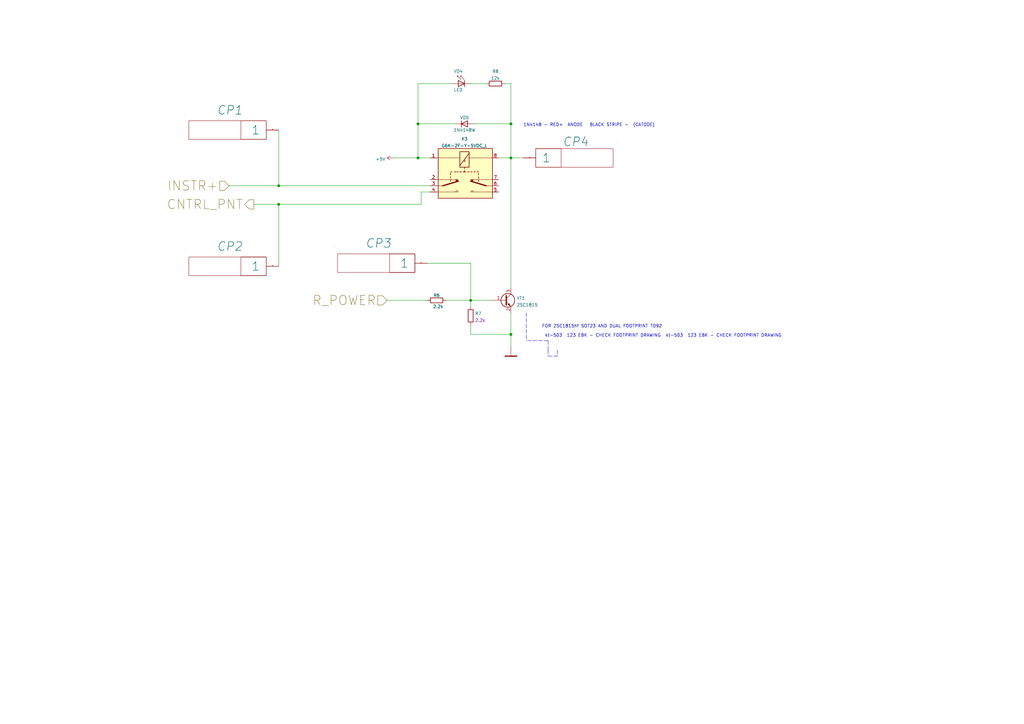
<source format=kicad_sch>
(kicad_sch (version 20210621) (generator eeschema)

  (uuid b1c3f166-4e03-4521-a05b-21af1db75cfa)

  (paper "A3")

  (lib_symbols
    (symbol "Diode:1N4148W" (pin_numbers hide) (pin_names (offset 1.016) hide) (in_bom yes) (on_board yes)
      (property "Reference" "D" (id 0) (at 0 2.54 0)
        (effects (font (size 1.27 1.27)))
      )
      (property "Value" "1N4148W" (id 1) (at 0 -2.54 0)
        (effects (font (size 1.27 1.27)))
      )
      (property "Footprint" "Diode_SMD:D_SOD-123" (id 2) (at 0 -4.445 0)
        (effects (font (size 1.27 1.27)) hide)
      )
      (property "Datasheet" "https://www.vishay.com/docs/85748/1n4148w.pdf" (id 3) (at 0 0 0)
        (effects (font (size 1.27 1.27)) hide)
      )
      (property "ki_keywords" "diode" (id 4) (at 0 0 0)
        (effects (font (size 1.27 1.27)) hide)
      )
      (property "ki_description" "75V 0.15A Fast Switching Diode, SOD-123" (id 5) (at 0 0 0)
        (effects (font (size 1.27 1.27)) hide)
      )
      (property "ki_fp_filters" "D*SOD?123*" (id 6) (at 0 0 0)
        (effects (font (size 1.27 1.27)) hide)
      )
      (symbol "1N4148W_0_1"
        (polyline
          (pts
            (xy -1.27 1.27)
            (xy -1.27 -1.27)
          )
          (stroke (width 0.254)) (fill (type none))
        )
        (polyline
          (pts
            (xy 1.27 0)
            (xy -1.27 0)
          )
          (stroke (width 0)) (fill (type none))
        )
        (polyline
          (pts
            (xy 1.27 1.27)
            (xy 1.27 -1.27)
            (xy -1.27 0)
            (xy 1.27 1.27)
          )
          (stroke (width 0.254)) (fill (type none))
        )
      )
      (symbol "1N4148W_1_1"
        (pin passive line (at -3.81 0 0) (length 2.54)
          (name "K" (effects (font (size 1.27 1.27))))
          (number "1" (effects (font (size 1.27 1.27))))
        )
        (pin passive line (at 3.81 0 180) (length 2.54)
          (name "A" (effects (font (size 1.27 1.27))))
          (number "2" (effects (font (size 1.27 1.27))))
        )
      )
    )
    (symbol "[LTM][Power]:GND" (power) (pin_numbers hide) (pin_names (offset 0) hide) (in_bom yes) (on_board yes)
      (property "Reference" "#PWR" (id 0) (at 0 1.27 0)
        (effects (font (size 1.524 1.524)) hide)
      )
      (property "Value" "GND" (id 1) (at 0 -6.35 0)
        (effects (font (size 2.54 2.54) italic) hide)
      )
      (property "Footprint" "" (id 2) (at 0 0 0)
        (effects (font (size 1.524 1.524)))
      )
      (property "Datasheet" "" (id 3) (at 0 0 0)
        (effects (font (size 1.524 1.524)) hide)
      )
      (symbol "GND_0_1"
        (rectangle (start -2.4892 -3.683) (end 2.4892 -3.9878)
          (stroke (width 0)) (fill (type outline))
        )
        (polyline
          (pts
            (xy 0 0)
            (xy 0 -3.81)
          )
          (stroke (width 0)) (fill (type none))
        )
      )
      (symbol "GND_1_1"
        (pin power_in line (at 0 0 270) (length 0) hide
          (name "GND" (effects (font (size 1.27 1.27))))
          (number "1" (effects (font (size 1.27 1.27))))
        )
      )
    )
    (symbol "[LTM][Resistors][É1-12][0805][2012M][5]:R1-12-0,125-12kOhm-5%-M" (pin_numbers hide) (pin_names (offset 0) hide) (in_bom yes) (on_board yes)
      (property "Reference" "R" (id 0) (at 0 3.81 0)
        (effects (font (size 2.0066 2.0066) italic))
      )
      (property "Value" "R1-12-0,125-12kOhm-5%-M" (id 1) (at 1.27 82.55 0)
        (effects (font (size 2.54 2.54) italic) hide)
      )
      (property "Footprint" "[LTM][FP][Resistors]:[LTM][R][0805][2012M]" (id 2) (at 0 78.74 0)
        (effects (font (size 2.54 2.54) italic) hide)
      )
      (property "Datasheet" "LTM_DataSheet/Каталог_ОАО_НПО_ЭРКОН.pdf" (id 3) (at 0 74.93 0)
        (effects (font (size 2.54 2.54) italic) hide)
      )
      (property "ValueName" "12 к" (id 4) (at 0 -3.81 0)
        (effects (font (size 2.0066 2.0066) italic))
      )
      (property "ValueGroup" "Резисторы" (id 5) (at 0 71.12 0)
        (effects (font (size 2.54 2.54) italic) hide)
      )
      (property "ValueGOST" "Р1-12-0,125-12 кОм ±5%-М-\"А\"" (id 6) (at 0 67.31 0)
        (effects (font (size 2.54 2.54) italic) hide)
      )
      (property "ValueTU" "АЛЯР.434110.005 ТУ" (id 7) (at 0 63.5 0)
        (effects (font (size 2.54 2.54) italic) hide)
      )
      (property "ValueManufacturer" "ОАО НПО «ЭРКОН»" (id 8) (at 0 59.69 0)
        (effects (font (size 2.54 2.54) italic) hide)
      )
      (property "ValueTemp_1" "АЛЯР.434110.005 ТУ" (id 9) (at 0 55.88 0)
        (effects (font (size 2.54 2.54) italic) hide)
      )
      (property "ValueSupplier" "ОАО НПО «ЭРКОН»" (id 10) (at 0 52.07 0)
        (effects (font (size 2.54 2.54) italic) hide)
      )
      (property "ValueAnalog" "SMD-0805-0,125Вт-12кОм±5%" (id 11) (at 0 48.26 0)
        (effects (font (size 2.54 2.54) italic) hide)
      )
      (property "ValueTemperature" "от минус 60 ⁰C до + 155 ⁰C" (id 12) (at 0 44.45 0)
        (effects (font (size 2.54 2.54) italic) hide)
      )
      (property "ValueNote" "-" (id 13) (at 0 40.64 0)
        (effects (font (size 2.54 2.54) italic) hide)
      )
      (property "ValueTemp_2" "-" (id 14) (at 0 38.1 0)
        (effects (font (size 2.54 2.54) italic) hide)
      )
      (property "ValueTemp_3" "-" (id 15) (at 0 35.56 0)
        (effects (font (size 2.54 2.54) italic) hide)
      )
      (property "ValueTemp_4" "-" (id 16) (at 0 33.02 0)
        (effects (font (size 2.54 2.54) italic) hide)
      )
      (property "ValueTemp_5" "-" (id 17) (at 0 30.48 0)
        (effects (font (size 2.54 2.54) italic) hide)
      )
      (property "ValueR" "12000" (id 18) (at 0 27.94 0)
        (effects (font (size 2.54 2.54) italic) hide)
      )
      (property "ki_description" "Резистор керамический толстопленочный" (id 19) (at 0 0 0)
        (effects (font (size 1.27 1.27)) hide)
      )
      (property "ki_fp_filters" "[LTM][R]* R_*" (id 20) (at 0 0 0)
        (effects (font (size 1.27 1.27)) hide)
      )
      (symbol "R1-12-0,125-12kOhm-5%-M_0_1"
        (rectangle (start -5.08 1.905) (end 5.08 -1.905)
          (stroke (width 0)) (fill (type none))
        )
      )
      (symbol "R1-12-0,125-12kOhm-5%-M_1_1"
        (pin passive line (at -10.16 0 0) (length 5.08)
          (name "~" (effects (font (size 2.54 2.54))))
          (number "1" (effects (font (size 2.54 2.54))))
        )
        (pin passive line (at 10.16 0 180) (length 5.08)
          (name "~" (effects (font (size 2.54 2.54))))
          (number "2" (effects (font (size 2.54 2.54))))
        )
      )
    )
    (symbol "[LTM][Resistors][É1-12][0805][2012M][5]:R1-12-0,125-2,2kOhm-5%-M" (pin_numbers hide) (pin_names (offset 0) hide) (in_bom yes) (on_board yes)
      (property "Reference" "R" (id 0) (at 0 3.81 0)
        (effects (font (size 2.0066 2.0066) italic))
      )
      (property "Value" "R1-12-0,125-2,2kOhm-5%-M" (id 1) (at 1.27 82.55 0)
        (effects (font (size 2.54 2.54) italic) hide)
      )
      (property "Footprint" "[LTM][FP][Resistors]:[LTM][R][0805][2012M]" (id 2) (at 0 78.74 0)
        (effects (font (size 2.54 2.54) italic) hide)
      )
      (property "Datasheet" "LTM_DataSheet/Каталог_ОАО_НПО_ЭРКОН.pdf" (id 3) (at 0 74.93 0)
        (effects (font (size 2.54 2.54) italic) hide)
      )
      (property "ValueName" "2,2 к" (id 4) (at 0 -3.81 0)
        (effects (font (size 2.0066 2.0066) italic))
      )
      (property "ValueGroup" "Резисторы" (id 5) (at 0 71.12 0)
        (effects (font (size 2.54 2.54) italic) hide)
      )
      (property "ValueGOST" "Р1-12-0,125-2,2 кОм ±5%-М-\"А\"" (id 6) (at 0 67.31 0)
        (effects (font (size 2.54 2.54) italic) hide)
      )
      (property "ValueTU" "АЛЯР.434110.005 ТУ" (id 7) (at 0 63.5 0)
        (effects (font (size 2.54 2.54) italic) hide)
      )
      (property "ValueManufacturer" "ОАО НПО «ЭРКОН»" (id 8) (at 0 59.69 0)
        (effects (font (size 2.54 2.54) italic) hide)
      )
      (property "ValueTemp_1" "АЛЯР.434110.005 ТУ" (id 9) (at 0 55.88 0)
        (effects (font (size 2.54 2.54) italic) hide)
      )
      (property "ValueSupplier" "ОАО НПО «ЭРКОН»" (id 10) (at 0 52.07 0)
        (effects (font (size 2.54 2.54) italic) hide)
      )
      (property "ValueAnalog" "SMD-0805-0,125Вт-2,2кОм±5%" (id 11) (at 0 48.26 0)
        (effects (font (size 2.54 2.54) italic) hide)
      )
      (property "ValueTemperature" "от минус 60 ⁰C до + 155 ⁰C" (id 12) (at 0 44.45 0)
        (effects (font (size 2.54 2.54) italic) hide)
      )
      (property "ValueNote" "-" (id 13) (at 0 40.64 0)
        (effects (font (size 2.54 2.54) italic) hide)
      )
      (property "ValueTemp_2" "-" (id 14) (at 0 38.1 0)
        (effects (font (size 2.54 2.54) italic) hide)
      )
      (property "ValueTemp_3" "-" (id 15) (at 0 35.56 0)
        (effects (font (size 2.54 2.54) italic) hide)
      )
      (property "ValueTemp_4" "-" (id 16) (at 0 33.02 0)
        (effects (font (size 2.54 2.54) italic) hide)
      )
      (property "ValueTemp_5" "-" (id 17) (at 0 30.48 0)
        (effects (font (size 2.54 2.54) italic) hide)
      )
      (property "ValueR" "2200" (id 18) (at 0 27.94 0)
        (effects (font (size 2.54 2.54) italic) hide)
      )
      (property "ki_description" "Резистор керамический толстопленочный" (id 19) (at 0 0 0)
        (effects (font (size 1.27 1.27)) hide)
      )
      (property "ki_fp_filters" "[LTM][R]* R_*" (id 20) (at 0 0 0)
        (effects (font (size 1.27 1.27)) hide)
      )
      (symbol "R1-12-0,125-2,2kOhm-5%-M_0_1"
        (rectangle (start -5.08 1.905) (end 5.08 -1.905)
          (stroke (width 0)) (fill (type none))
        )
      )
      (symbol "R1-12-0,125-2,2kOhm-5%-M_1_1"
        (pin passive line (at -10.16 0 0) (length 5.08)
          (name "~" (effects (font (size 2.54 2.54))))
          (number "1" (effects (font (size 2.54 2.54))))
        )
        (pin passive line (at 10.16 0 180) (length 5.08)
          (name "~" (effects (font (size 2.54 2.54))))
          (number "2" (effects (font (size 2.54 2.54))))
        )
      )
    )
    (symbol "my_Library:12k" (pin_numbers hide) (pin_names (offset 0)) (in_bom yes) (on_board yes)
      (property "Reference" "R" (id 0) (at 0 2.032 0)
        (effects (font (size 1.27 1.27)))
      )
      (property "Value" "12k" (id 1) (at 0.635 -2.54 0)
        (effects (font (size 1.27 1.27)))
      )
      (property "Footprint" "my_Library_ftprint:R_0805_2012Metric" (id 2) (at 0 -1.778 0)
        (effects (font (size 1.27 1.27)) hide)
      )
      (property "Datasheet" "~" (id 3) (at 0 0 90)
        (effects (font (size 1.27 1.27)) hide)
      )
      (property "ki_keywords" "R res resistor" (id 4) (at 0 0 0)
        (effects (font (size 1.27 1.27)) hide)
      )
      (property "ki_description" "Resistor" (id 5) (at 0 0 0)
        (effects (font (size 1.27 1.27)) hide)
      )
      (property "ki_fp_filters" "R_*" (id 6) (at 0 0 0)
        (effects (font (size 1.27 1.27)) hide)
      )
      (symbol "12k_0_1"
        (rectangle (start 2.54 -1.016) (end -2.54 1.016)
          (stroke (width 0.254)) (fill (type none))
        )
      )
      (symbol "12k_1_1"
        (pin passive line (at -3.81 0 0) (length 1.27)
          (name "~" (effects (font (size 1.27 1.27))))
          (number "1" (effects (font (size 1.27 1.27))))
        )
        (pin passive line (at 3.81 0 180) (length 1.27)
          (name "~" (effects (font (size 1.27 1.27))))
          (number "2" (effects (font (size 1.27 1.27))))
        )
      )
    )
    (symbol "my_Library:1N4148W" (pin_numbers hide) (pin_names (offset 1.016) hide) (in_bom yes) (on_board yes)
      (property "Reference" "VD" (id 0) (at 0 2.54 0)
        (effects (font (size 1.27 1.27)))
      )
      (property "Value" "1N4148W" (id 1) (at 0 -2.54 0)
        (effects (font (size 1.27 1.27)))
      )
      (property "Footprint" "my_Library_ftprint:D_SOD-123" (id 2) (at 0 -4.445 0)
        (effects (font (size 1.27 1.27)) hide)
      )
      (property "Datasheet" "https://assets.nexperia.com/documents/data-sheet/1N4148_1N4448.pdf" (id 3) (at 0 0 0)
        (effects (font (size 1.27 1.27)) hide)
      )
      (property "ki_keywords" "diode" (id 4) (at 0 0 0)
        (effects (font (size 1.27 1.27)) hide)
      )
      (property "ki_description" "100V 0.15A standard switching diode, DO-35" (id 5) (at 0 0 0)
        (effects (font (size 1.27 1.27)) hide)
      )
      (property "ki_fp_filters" "D*DO?35*" (id 6) (at 0 0 0)
        (effects (font (size 1.27 1.27)) hide)
      )
      (symbol "1N4148W_0_1"
        (polyline
          (pts
            (xy -1.27 1.27)
            (xy -1.27 -1.27)
          )
          (stroke (width 0.254)) (fill (type none))
        )
        (polyline
          (pts
            (xy 1.27 0)
            (xy -1.27 0)
          )
          (stroke (width 0)) (fill (type none))
        )
        (polyline
          (pts
            (xy 1.27 1.27)
            (xy 1.27 -1.27)
            (xy -1.27 0)
            (xy 1.27 1.27)
          )
          (stroke (width 0.254)) (fill (type none))
        )
      )
      (symbol "1N4148W_1_1"
        (pin passive line (at -3.81 0 0) (length 2.54)
          (name "K" (effects (font (size 1.27 1.27))))
          (number "1" (effects (font (size 1.27 1.27))))
        )
        (pin passive line (at 3.81 0 180) (length 2.54)
          (name "A" (effects (font (size 1.27 1.27))))
          (number "2" (effects (font (size 1.27 1.27))))
        )
      )
    )
    (symbol "my_Library:2.2k" (pin_numbers hide) (pin_names (offset 0)) (in_bom yes) (on_board yes)
      (property "Reference" "R" (id 0) (at 0 2.032 0)
        (effects (font (size 1.27 1.27)))
      )
      (property "Value" "2.2k" (id 1) (at 0.635 -2.54 0)
        (effects (font (size 1.27 1.27)))
      )
      (property "Footprint" "my_Library_ftprint:R_0805_2012Metric" (id 2) (at 0 -1.778 0)
        (effects (font (size 1.27 1.27)) hide)
      )
      (property "Datasheet" "~" (id 3) (at 0 0 90)
        (effects (font (size 1.27 1.27)) hide)
      )
      (property "ki_keywords" "R res resistor" (id 4) (at 0 0 0)
        (effects (font (size 1.27 1.27)) hide)
      )
      (property "ki_description" "Resistor" (id 5) (at 0 0 0)
        (effects (font (size 1.27 1.27)) hide)
      )
      (property "ki_fp_filters" "R_*" (id 6) (at 0 0 0)
        (effects (font (size 1.27 1.27)) hide)
      )
      (symbol "2.2k_0_1"
        (rectangle (start 2.54 -1.016) (end -2.54 1.016)
          (stroke (width 0.254)) (fill (type none))
        )
      )
      (symbol "2.2k_1_1"
        (pin passive line (at -3.81 0 0) (length 1.27)
          (name "~" (effects (font (size 1.27 1.27))))
          (number "1" (effects (font (size 1.27 1.27))))
        )
        (pin passive line (at 3.81 0 180) (length 1.27)
          (name "~" (effects (font (size 1.27 1.27))))
          (number "2" (effects (font (size 1.27 1.27))))
        )
      )
    )
    (symbol "my_Library:2.2kvert" (pin_numbers hide) (pin_names (offset 0)) (in_bom yes) (on_board yes)
      (property "Reference" "R" (id 0) (at 3.175 1.905 0)
        (effects (font (size 1.27 1.27)))
      )
      (property "Value" "2.2kvert" (id 1) (at -7.62 0 0)
        (effects (font (size 1.27 1.27)) hide)
      )
      (property "Footprint" "my_Library_ftprint:R_0805_2012Metric" (id 2) (at -1.778 0 90)
        (effects (font (size 1.27 1.27)) hide)
      )
      (property "Datasheet" "~" (id 3) (at 0 0 0)
        (effects (font (size 1.27 1.27)) hide)
      )
      (property "volume" "2.2k" (id 4) (at 3.81 -1.27 0)
        (effects (font (size 1.27 1.27)))
      )
      (property "Field5" "" (id 5) (at 0 0 0)
        (effects (font (size 1.27 1.27)))
      )
      (property "ki_keywords" "R res resistor" (id 6) (at 0 0 0)
        (effects (font (size 1.27 1.27)) hide)
      )
      (property "ki_description" "Resistor" (id 7) (at 0 0 0)
        (effects (font (size 1.27 1.27)) hide)
      )
      (property "ki_fp_filters" "R_*" (id 8) (at 0 0 0)
        (effects (font (size 1.27 1.27)) hide)
      )
      (symbol "2.2kvert_0_1"
        (rectangle (start -1.016 -2.54) (end 1.016 2.54)
          (stroke (width 0.254)) (fill (type none))
        )
      )
      (symbol "2.2kvert_1_1"
        (pin passive line (at 0 3.81 270) (length 1.27)
          (name "~" (effects (font (size 1.27 1.27))))
          (number "1" (effects (font (size 1.27 1.27))))
        )
        (pin passive line (at 0 -3.81 90) (length 1.27)
          (name "~" (effects (font (size 1.27 1.27))))
          (number "2" (effects (font (size 1.27 1.27))))
        )
      )
    )
    (symbol "my_Library:2SC1815" (pin_names (offset 0) hide) (in_bom yes) (on_board yes)
      (property "Reference" "VT" (id 0) (at 5.08 1.905 0)
        (effects (font (size 1.27 1.27)) (justify left))
      )
      (property "Value" "2SC1815" (id 1) (at 5.08 0 0)
        (effects (font (size 1.27 1.27)) (justify left))
      )
      (property "Footprint" "my_Library_ftprint:SOT-23_MY_C_E_Silk" (id 2) (at 5.08 -1.905 0)
        (effects (font (size 1.27 1.27) italic) (justify left) hide)
      )
      (property "Datasheet" "https://media.digikey.com/pdf/Data%20Sheets/Toshiba%20PDFs/2SC1815.pdf" (id 3) (at 0 0 0)
        (effects (font (size 1.27 1.27)) (justify left) hide)
      )
      (property "ki_keywords" "Low Noise Audio NPN Transistor" (id 4) (at 0 0 0)
        (effects (font (size 1.27 1.27)) hide)
      )
      (property "ki_description" "0.15A Ic, 50V Vce, Low Noise Audio NPN Transistor, TO-92" (id 5) (at 0 0 0)
        (effects (font (size 1.27 1.27)) hide)
      )
      (property "ki_fp_filters" "TO?92*" (id 6) (at 0 0 0)
        (effects (font (size 1.27 1.27)) hide)
      )
      (symbol "2SC1815_0_1"
        (circle (center 1.27 0) (radius 2.8194) (stroke (width 0.254)) (fill (type none)))
        (polyline
          (pts
            (xy 0 0)
            (xy 0.508 0)
          )
          (stroke (width 0)) (fill (type none))
        )
        (polyline
          (pts
            (xy 0.635 0.635)
            (xy 2.54 2.54)
          )
          (stroke (width 0)) (fill (type none))
        )
        (polyline
          (pts
            (xy 0.635 -0.635)
            (xy 2.54 -2.54)
            (xy 2.54 -2.54)
          )
          (stroke (width 0)) (fill (type none))
        )
        (polyline
          (pts
            (xy 0.635 1.905)
            (xy 0.635 -1.905)
            (xy 0.635 -1.905)
          )
          (stroke (width 0.508)) (fill (type none))
        )
        (polyline
          (pts
            (xy 1.27 -1.778)
            (xy 1.778 -1.27)
            (xy 2.286 -2.286)
            (xy 1.27 -1.778)
            (xy 1.27 -1.778)
          )
          (stroke (width 0)) (fill (type outline))
        )
      )
      (symbol "2SC1815_1_1"
        (pin input line (at -5.08 0 0) (length 5.08)
          (name "B" (effects (font (size 1.27 1.27))))
          (number "1" (effects (font (size 1.27 1.27))))
        )
        (pin passive line (at 2.54 -5.08 90) (length 2.54)
          (name "E" (effects (font (size 1.27 1.27))))
          (number "2" (effects (font (size 1.27 1.27))))
        )
        (pin passive line (at 2.54 5.08 270) (length 2.54)
          (name "C" (effects (font (size 1.27 1.27))))
          (number "3" (effects (font (size 1.27 1.27))))
        )
      )
    )
    (symbol "my_Library:2SC1815_SOT_23" (pin_names (offset 0) hide) (in_bom yes) (on_board yes)
      (property "Reference" "Q" (id 0) (at 5.08 1.905 0)
        (effects (font (size 1.27 1.27)) (justify left))
      )
      (property "Value" "2SC1815_SOT_23" (id 1) (at 5.08 0 0)
        (effects (font (size 1.27 1.27)) (justify left))
      )
      (property "Footprint" "Package_TO_SOT_SMD:SOT-23" (id 2) (at 5.08 -1.905 0)
        (effects (font (size 1.27 1.27) italic) (justify left) hide)
      )
      (property "Datasheet" "https://media.digikey.com/pdf/Data%20Sheets/Toshiba%20PDFs/2SC1815.pdf" (id 3) (at 0 0 0)
        (effects (font (size 1.27 1.27)) (justify left) hide)
      )
      (property "ki_keywords" "Low Noise Audio NPN Transistor" (id 4) (at 0 0 0)
        (effects (font (size 1.27 1.27)) hide)
      )
      (property "ki_description" "0.15A Ic, 50V Vce, Low Noise Audio NPN Transistor, TO-92/SOT23" (id 5) (at 0 0 0)
        (effects (font (size 1.27 1.27)) hide)
      )
      (property "ki_fp_filters" "TO?92*" (id 6) (at 0 0 0)
        (effects (font (size 1.27 1.27)) hide)
      )
      (symbol "2SC1815_SOT_23_0_1"
        (circle (center 1.27 0) (radius 2.8194) (stroke (width 0.254)) (fill (type none)))
        (polyline
          (pts
            (xy 0 0)
            (xy 0.508 0)
          )
          (stroke (width 0)) (fill (type none))
        )
        (polyline
          (pts
            (xy 0.635 0.635)
            (xy 2.54 2.54)
          )
          (stroke (width 0)) (fill (type none))
        )
        (polyline
          (pts
            (xy 0.635 -0.635)
            (xy 2.54 -2.54)
            (xy 2.54 -2.54)
          )
          (stroke (width 0)) (fill (type none))
        )
        (polyline
          (pts
            (xy 0.635 1.905)
            (xy 0.635 -1.905)
            (xy 0.635 -1.905)
          )
          (stroke (width 0.508)) (fill (type none))
        )
        (polyline
          (pts
            (xy 1.27 -1.778)
            (xy 1.778 -1.27)
            (xy 2.286 -2.286)
            (xy 1.27 -1.778)
            (xy 1.27 -1.778)
          )
          (stroke (width 0)) (fill (type outline))
        )
      )
      (symbol "2SC1815_SOT_23_1_1"
        (pin input line (at -5.08 0 0) (length 5.08)
          (name "1" (effects (font (size 1.27 1.27))))
          (number "1" (effects (font (size 1.27 1.27))))
        )
        (pin passive line (at 2.54 -5.08 90) (length 2.54)
          (name "E" (effects (font (size 1.27 1.27))))
          (number "2" (effects (font (size 1.27 1.27))))
        )
        (pin passive line (at 2.54 5.08 270) (length 2.54)
          (name "C" (effects (font (size 1.27 1.27))))
          (number "3" (effects (font (size 1.27 1.27))))
        )
      )
    )
    (symbol "my_Library:CP" (pin_numbers hide) (pin_names (offset 0) hide) (in_bom yes) (on_board yes)
      (property "Reference" "CP?" (id 0) (at -16.51 5.08 0)
        (effects (font (size 2.0066 2.0066) italic))
      )
      (property "Value" "CP" (id 1) (at -101.6 0 0)
        (effects (font (size 2.0066 2.0066) italic) hide)
      )
      (property "Footprint" "[LTM][FP][Connectors][SNP346]:[LTM][X][1x01][P2.54mm][V][PH]" (id 2) (at -101.6 -2.54 0)
        (effects (font (size 2.0066 2.0066) italic) hide)
      )
      (property "Datasheet" "C:/Program Files/KiCad/share/LTM_DataSheet/Каталог_АО_Электродеталь.pdf" (id 3) (at -101.6 -5.08 0)
        (effects (font (size 2.0066 2.0066) italic) hide)
      )
      (property "ValueName" "Вилка СНП346-1ВП22-1" (id 4) (at -17.5895 13.097 0)
        (effects (font (size 2.0066 2.0066) italic) hide)
      )
      (property "ValueGroup" "Соединители" (id 5) (at -101.6 -7.62 0)
        (effects (font (size 2.0066 2.0066) italic) hide)
      )
      (property "ValueGOST" "Вилка СНП346-1ВП22-1" (id 6) (at -101.6 -10.16 0)
        (effects (font (size 2.0066 2.0066) italic) hide)
      )
      (property "ValueTU" "РЮМК.430420.011ТУ" (id 7) (at -101.6 -12.7 0)
        (effects (font (size 2.0066 2.0066) italic) hide)
      )
      (property "ValueManufacturer" "ф. АО «Электродеталь»" (id 8) (at -101.6 -15.24 0)
        (effects (font (size 2.0066 2.0066) italic) hide)
      )
      (property "ValueTemp_1" "РЮМК.430420.011ТУ" (id 9) (at -101.6 -17.78 0)
        (effects (font (size 2.0066 2.0066) italic) hide)
      )
      (property "ValueSupplier" "ф. АО «Электродеталь»" (id 10) (at -101.6 -20.32 0)
        (effects (font (size 2.0066 2.0066) italic) hide)
      )
      (property "ValueAnalog" "PLS-1" (id 11) (at -101.6 -22.86 0)
        (effects (font (size 2.0066 2.0066) italic) hide)
      )
      (property "ValueTemperature" "от минус 60 ⁰C до + 85 ⁰C" (id 12) (at -101.6 -25.4 0)
        (effects (font (size 2.0066 2.0066) italic) hide)
      )
      (property "ValueNote" "-" (id 13) (at -101.6 -27.94 0)
        (effects (font (size 2.0066 2.0066) italic) hide)
      )
      (property "ValueTemp_2" "-" (id 14) (at -101.6 -30.48 0)
        (effects (font (size 2.0066 2.0066) italic) hide)
      )
      (property "ValueTemp_3" "-" (id 15) (at -101.6 -33.02 0)
        (effects (font (size 2.0066 2.0066) italic) hide)
      )
      (property "ValueTemp_4" "-" (id 16) (at -101.6 -35.56 0)
        (effects (font (size 2.0066 2.0066) italic) hide)
      )
      (property "ValueTemp_5" "-" (id 17) (at -101.6 -38.1 0)
        (effects (font (size 2.0066 2.0066) italic) hide)
      )
      (property "PIN1" "1" (id 18) (at -17.5895 8.86 0)
        (effects (font (size 2.0066 2.0066) italic) hide)
      )
      (property "ki_keywords" "СНП346, PLS" (id 19) (at 0 0 0)
        (effects (font (size 1.27 1.27)) hide)
      )
      (property "ki_description" "Вилка на плату прямая однорядная, шаг = 2,54 мм" (id 20) (at 0 0 0)
        (effects (font (size 1.27 1.27)) hide)
      )
      (property "ki_fp_filters" "*[LTM][FP][Connectors][SNP346]:[LTM][X]*" (id 21) (at 0 0 0)
        (effects (font (size 1.27 1.27)) hide)
      )
      (symbol "CP_0_0"
        (rectangle (start -35.56 2.54) (end -5.08 -2.54)
          (stroke (width 0)) (fill (type none))
        )
        (polyline
          (pts
            (xy -35.56 2.54)
            (xy -5.08 2.54)
          )
          (stroke (width 0)) (fill (type none))
        )
        (polyline
          (pts
            (xy -15.24 2.54)
            (xy -15.24 -2.54)
          )
          (stroke (width 0)) (fill (type none))
        )
      )
      (symbol "CP_1_1"
        (text "1" (at -10.414 0 0)
          (effects (font (size 2.0066 2.0066) italic))
        )
        (pin passive line (at 0 0 180) (length 5.08)
          (name "1" (effects (font (size 2.0066 2.0066))))
          (number "1" (effects (font (size 2.0066 2.0066))))
        )
      )
    )
    (symbol "my_Library:CP_L" (pin_names (offset 2.54)) (in_bom yes) (on_board yes)
      (property "Reference" "CP" (id 0) (at -21.336 7.874 0)
        (effects (font (size 3.556 3.556) italic))
      )
      (property "Value" "CP_L" (id 1) (at -101.6 0 0)
        (effects (font (size 2.0066 2.0066) italic) hide)
      )
      (property "Footprint" "my_Library_ftprint:PinHeader_1x01_P2.54mm_Vertical" (id 2) (at -101.6 -2.54 0)
        (effects (font (size 2.0066 2.0066) italic) hide)
      )
      (property "Datasheet" "" (id 3) (at -101.6 -5.08 0)
        (effects (font (size 2.0066 2.0066) italic) hide)
      )
      (property "ValueName" "ВИЛКА НА ПЛАТУ 2.5 ММ ШАГ" (id 4) (at -21.336 -23.622 0)
        (effects (font (size 2.0066 2.0066) italic) hide)
      )
      (property "ValueGroup" "Соединители" (id 5) (at -101.6 -7.62 0)
        (effects (font (size 2.0066 2.0066) italic) hide)
      )
      (property "ValueGOST" "розетка СНП346-5PП21-1" (id 6) (at -101.6 -10.16 0)
        (effects (font (size 2.0066 2.0066) italic) hide)
      )
      (property "ValueTU" "РЮМК.430420.011ТУ" (id 7) (at -101.6 -12.7 0)
        (effects (font (size 2.0066 2.0066) italic) hide)
      )
      (property "ValueManufacturer" "ф. АО «Электродеталь»" (id 8) (at -101.6 -15.24 0)
        (effects (font (size 2.0066 2.0066) italic) hide)
      )
      (property "ValueTemp_1" "РЮМК.430420.011ТУ" (id 9) (at -101.6 -17.78 0)
        (effects (font (size 2.0066 2.0066) italic) hide)
      )
      (property "ValueSupplier" "ф. АО «Электродеталь»" (id 10) (at -101.6 -20.32 0)
        (effects (font (size 2.0066 2.0066) italic) hide)
      )
      (property "ValueAnalog" "PLD-10 DS-1021" (id 11) (at -101.6 -22.86 0)
        (effects (font (size 2.0066 2.0066) italic) hide)
      )
      (property "ValueTemperature" "от минус 60 ⁰C до + 85 ⁰C" (id 12) (at -101.6 -25.4 0)
        (effects (font (size 2.0066 2.0066) italic) hide)
      )
      (property "ValueNote" "-" (id 13) (at -101.6 -27.94 0)
        (effects (font (size 2.0066 2.0066) italic) hide)
      )
      (property "ValueTemp_2" "-" (id 14) (at -101.6 -30.48 0)
        (effects (font (size 2.0066 2.0066) italic) hide)
      )
      (property "ValueTemp_3" "-" (id 15) (at -101.6 -33.02 0)
        (effects (font (size 2.0066 2.0066) italic) hide)
      )
      (property "ValueTemp_4" "-" (id 16) (at -101.6 -35.56 0)
        (effects (font (size 2.0066 2.0066) italic) hide)
      )
      (property "ValueTemp_5" "-" (id 17) (at -101.6 -38.1 0)
        (effects (font (size 2.0066 2.0066) italic) hide)
      )
      (property "PIN1" "  " (id 18) (at -12.6362 37.9594 0)
        (effects (font (size 2.0066 2.0066) italic))
      )
      (property "PIN2" "   " (id 19) (at -12.6362 33.7224 0)
        (effects (font (size 2.0066 2.0066) italic))
      )
      (property "PIN3" " " (id 20) (at -12.6362 29.4854 0)
        (effects (font (size 2.0066 2.0066) italic))
      )
      (property "PIN4" "  " (id 21) (at -12.6362 25.2484 0)
        (effects (font (size 2.0066 2.0066) italic))
      )
      (property "PIN5" " " (id 22) (at -12.6362 21.0114 0)
        (effects (font (size 2.0066 2.0066) italic))
      )
      (property "ki_fp_filters" "[LTM][FP][Connectors][SNP346]:[LTM][X]*" (id 23) (at 0 0 0)
        (effects (font (size 1.27 1.27)) hide)
      )
      (symbol "CP_L_0_0"
        (pin passive line (at 0 0 180) (length 5.08)
          (name "1" (effects (font (size 3.556 3.556))))
          (number "1" (effects (font (size 0.0254 0.0254))))
        )
      )
      (symbol "CP_L_1_1"
        (text " " (at 9.906 -12.7 0)
          (effects (font (size 2.0066 2.0066) italic))
        )
        (text " " (at 9.906 -7.62 0)
          (effects (font (size 2.0066 2.0066) italic))
        )
        (text " " (at 9.906 -2.54 0)
          (effects (font (size 2.0066 2.0066) italic))
        )
        (text " " (at 9.906 2.54 0)
          (effects (font (size 2.0066 2.0066) italic))
        )
        (text " " (at 9.906 17.78 0)
          (effects (font (size 2.0066 2.0066) italic))
        )
        (text " " (at 12.446 -34.29 0)
          (effects (font (size 2.0066 2.0066) italic))
        )
        (text " " (at 12.446 -29.21 0)
          (effects (font (size 2.0066 2.0066) italic))
        )
        (text " " (at 12.446 -24.13 0)
          (effects (font (size 2.0066 2.0066) italic))
        )
        (rectangle (start -38.608 6.35) (end -38.608 6.35)
          (stroke (width 0)) (fill (type none))
        )
        (rectangle (start -36.83 3.81) (end -5.08 -3.81)
          (stroke (width 0)) (fill (type none))
        )
        (rectangle (start -15.494 3.81) (end -5.08 -3.81)
          (stroke (width 0)) (fill (type none))
        )
      )
    )
    (symbol "my_Library:CP_R" (pin_names (offset 2.54)) (in_bom yes) (on_board yes)
      (property "Reference" "CP" (id 0) (at -21.336 7.874 0)
        (effects (font (size 3.556 3.556) italic))
      )
      (property "Value" "CP_R" (id 1) (at -101.6 0 0)
        (effects (font (size 2.0066 2.0066) italic) hide)
      )
      (property "Footprint" "my_Library_ftprint:PinHeader_1x01_P2.54mm_Vertical" (id 2) (at -101.6 -2.54 0)
        (effects (font (size 2.0066 2.0066) italic) hide)
      )
      (property "Datasheet" "" (id 3) (at -101.6 -5.08 0)
        (effects (font (size 2.0066 2.0066) italic) hide)
      )
      (property "ValueName" "ВИЛКА НА ПЛАТУ 2.5 ММ ШАГ" (id 4) (at -21.336 -23.622 0)
        (effects (font (size 2.0066 2.0066) italic) hide)
      )
      (property "ValueGroup" "Соединители" (id 5) (at -101.6 -7.62 0)
        (effects (font (size 2.0066 2.0066) italic) hide)
      )
      (property "ValueGOST" "розетка СНП346-5PП21-1" (id 6) (at -101.6 -10.16 0)
        (effects (font (size 2.0066 2.0066) italic) hide)
      )
      (property "ValueTU" "РЮМК.430420.011ТУ" (id 7) (at -101.6 -12.7 0)
        (effects (font (size 2.0066 2.0066) italic) hide)
      )
      (property "ValueManufacturer" "ф. АО «Электродеталь»" (id 8) (at -101.6 -15.24 0)
        (effects (font (size 2.0066 2.0066) italic) hide)
      )
      (property "ValueTemp_1" "РЮМК.430420.011ТУ" (id 9) (at -101.6 -17.78 0)
        (effects (font (size 2.0066 2.0066) italic) hide)
      )
      (property "ValueSupplier" "ф. АО «Электродеталь»" (id 10) (at -101.6 -20.32 0)
        (effects (font (size 2.0066 2.0066) italic) hide)
      )
      (property "ValueAnalog" "PLD-10 DS-1021" (id 11) (at -101.6 -22.86 0)
        (effects (font (size 2.0066 2.0066) italic) hide)
      )
      (property "ValueTemperature" "от минус 60 ⁰C до + 85 ⁰C" (id 12) (at -101.6 -25.4 0)
        (effects (font (size 2.0066 2.0066) italic) hide)
      )
      (property "ValueNote" "-" (id 13) (at -101.6 -27.94 0)
        (effects (font (size 2.0066 2.0066) italic) hide)
      )
      (property "ValueTemp_2" "-" (id 14) (at -101.6 -30.48 0)
        (effects (font (size 2.0066 2.0066) italic) hide)
      )
      (property "ValueTemp_3" "-" (id 15) (at -101.6 -33.02 0)
        (effects (font (size 2.0066 2.0066) italic) hide)
      )
      (property "ValueTemp_4" "-" (id 16) (at -101.6 -35.56 0)
        (effects (font (size 2.0066 2.0066) italic) hide)
      )
      (property "ValueTemp_5" "-" (id 17) (at -101.6 -38.1 0)
        (effects (font (size 2.0066 2.0066) italic) hide)
      )
      (property "PIN1" "  " (id 18) (at -12.6362 37.9594 0)
        (effects (font (size 2.0066 2.0066) italic))
      )
      (property "PIN2" "   " (id 19) (at -12.6362 33.7224 0)
        (effects (font (size 2.0066 2.0066) italic))
      )
      (property "PIN3" " " (id 20) (at -12.6362 29.4854 0)
        (effects (font (size 2.0066 2.0066) italic))
      )
      (property "PIN4" "  " (id 21) (at -12.6362 25.2484 0)
        (effects (font (size 2.0066 2.0066) italic))
      )
      (property "PIN5" " " (id 22) (at -12.6362 21.0114 0)
        (effects (font (size 2.0066 2.0066) italic))
      )
      (property "ki_fp_filters" "[LTM][FP][Connectors][SNP346]:[LTM][X]*" (id 23) (at 0 0 0)
        (effects (font (size 1.27 1.27)) hide)
      )
      (symbol "CP_R_0_0"
        (pin passive line (at 0 0 180) (length 5.08)
          (name "1" (effects (font (size 3.556 3.556))))
          (number "1" (effects (font (size 0.0254 0.0254))))
        )
      )
      (symbol "CP_R_1_1"
        (text " " (at 9.906 -12.7 0)
          (effects (font (size 2.0066 2.0066) italic))
        )
        (text " " (at 9.906 -7.62 0)
          (effects (font (size 2.0066 2.0066) italic))
        )
        (text " " (at 9.906 -2.54 0)
          (effects (font (size 2.0066 2.0066) italic))
        )
        (text " " (at 9.906 2.54 0)
          (effects (font (size 2.0066 2.0066) italic))
        )
        (text " " (at 9.906 17.78 0)
          (effects (font (size 2.0066 2.0066) italic))
        )
        (text " " (at 12.446 -34.29 0)
          (effects (font (size 2.0066 2.0066) italic))
        )
        (text " " (at 12.446 -29.21 0)
          (effects (font (size 2.0066 2.0066) italic))
        )
        (text " " (at 12.446 -24.13 0)
          (effects (font (size 2.0066 2.0066) italic))
        )
        (rectangle (start -38.608 6.35) (end -38.608 6.35)
          (stroke (width 0)) (fill (type none))
        )
        (rectangle (start -36.83 3.81) (end -5.08 -3.81)
          (stroke (width 0)) (fill (type none))
        )
        (rectangle (start -15.494 3.81) (end -5.08 -3.81)
          (stroke (width 0)) (fill (type none))
        )
      )
    )
    (symbol "my_Library:G6K-2F-Y" (in_bom yes) (on_board yes)
      (property "Reference" "K" (id 0) (at 13.97 9.525 0)
        (effects (font (size 1.27 1.27)))
      )
      (property "Value" "G6K-2F-Y" (id 1) (at 14.605 -15.875 0)
        (effects (font (size 1.27 1.27)))
      )
      (property "Footprint" "Relay_SMD:Relay_DPDT_Omron_G6K-2F-Y" (id 2) (at -4.445 -19.685 0)
        (effects (font (size 1.27 1.27)) (justify left))
      )
      (property "Datasheet" "http://omronfs.omron.com/en_US/ecb/products/pdf/en-g6k.pdf" (id 3) (at 10.16 -34.925 0)
        (effects (font (size 1.27 1.27)) hide)
      )
      (property "ki_keywords" "Miniature Relay Dual Pole DPDT Omron" (id 4) (at 0 0 0)
        (effects (font (size 1.27 1.27)) hide)
      )
      (property "ki_description" "Miniature 2-pole relay, Single-side Stable" (id 5) (at 0 0 0)
        (effects (font (size 1.27 1.27)) hide)
      )
      (property "ki_fp_filters" "Relay*DPDT*Omron*G6K?2*" (id 6) (at 0 0 0)
        (effects (font (size 1.27 1.27)) hide)
      )
      (symbol "G6K-2F-Y_0_0"
        (text "+" (at 4.699 -0.889 900)
          (effects (font (size 1.27 1.27)))
        )
      )
      (symbol "G6K-2F-Y_0_1"
        (rectangle (start 13.335 3.175) (end 17.145 -3.175)
          (stroke (width 0.254)) (fill (type none))
        )
        (rectangle (start 2.54 4.445) (end 27.305 -13.97)
          (stroke (width 0.254)) (fill (type background))
        )
        (polyline
          (pts
            (xy 2.54 -12.7)
            (xy 9.525 -12.7)
          )
          (stroke (width 0.1524)) (fill (type none))
        )
        (polyline
          (pts
            (xy 2.54 0)
            (xy 5.715 0)
          )
          (stroke (width 0)) (fill (type none))
        )
        (polyline
          (pts
            (xy 5.08 -8.89)
            (xy 2.54 -8.89)
          )
          (stroke (width 0)) (fill (type none))
        )
        (polyline
          (pts
            (xy 5.08 -8.89)
            (xy 11.43 -5.715)
          )
          (stroke (width 0.508)) (fill (type none))
        )
        (polyline
          (pts
            (xy 5.715 0)
            (xy 8.89 0)
          )
          (stroke (width 0.1524)) (fill (type none))
        )
        (polyline
          (pts
            (xy 8.255 -6.985)
            (xy 8.255 -7.62)
          )
          (stroke (width 0.254)) (fill (type none))
        )
        (polyline
          (pts
            (xy 8.255 -5.715)
            (xy 8.255 -6.35)
          )
          (stroke (width 0.254)) (fill (type none))
        )
        (polyline
          (pts
            (xy 8.255 -4.445)
            (xy 8.255 -5.08)
          )
          (stroke (width 0.254)) (fill (type none))
        )
        (polyline
          (pts
            (xy 8.255 -4.445)
            (xy 8.89 -4.445)
          )
          (stroke (width 0.254)) (fill (type none))
        )
        (polyline
          (pts
            (xy 8.89 0)
            (xy 13.335 0)
          )
          (stroke (width 0.1524)) (fill (type none))
        )
        (polyline
          (pts
            (xy 9.525 -5.08)
            (xy 2.54 -5.08)
          )
          (stroke (width 0.1524)) (fill (type none))
        )
        (polyline
          (pts
            (xy 9.525 -4.445)
            (xy 10.16 -4.445)
          )
          (stroke (width 0.254)) (fill (type none))
        )
        (polyline
          (pts
            (xy 10.795 -4.445)
            (xy 11.43 -4.445)
          )
          (stroke (width 0.254)) (fill (type none))
        )
        (polyline
          (pts
            (xy 12.065 -4.445)
            (xy 12.7 -4.445)
          )
          (stroke (width 0.254)) (fill (type none))
        )
        (polyline
          (pts
            (xy 13.335 -4.445)
            (xy 13.97 -4.445)
          )
          (stroke (width 0.254)) (fill (type none))
        )
        (polyline
          (pts
            (xy 14.605 -4.445)
            (xy 15.24 -4.445)
          )
          (stroke (width 0.254)) (fill (type none))
        )
        (polyline
          (pts
            (xy 15.24 -3.175)
            (xy 15.24 -3.81)
          )
          (stroke (width 0.254)) (fill (type none))
        )
        (polyline
          (pts
            (xy 15.875 -4.445)
            (xy 16.51 -4.445)
          )
          (stroke (width 0.254)) (fill (type none))
        )
        (polyline
          (pts
            (xy 17.145 -4.445)
            (xy 17.78 -4.445)
          )
          (stroke (width 0.254)) (fill (type none))
        )
        (polyline
          (pts
            (xy 17.145 2.54)
            (xy 13.335 -2.54)
          )
          (stroke (width 0.254)) (fill (type none))
        )
        (polyline
          (pts
            (xy 18.415 -4.445)
            (xy 19.05 -4.445)
          )
          (stroke (width 0.254)) (fill (type none))
        )
        (polyline
          (pts
            (xy 19.685 -4.445)
            (xy 20.32 -4.445)
          )
          (stroke (width 0.254)) (fill (type none))
        )
        (polyline
          (pts
            (xy 20.32 -12.7)
            (xy 27.94 -12.7)
          )
          (stroke (width 0.1524)) (fill (type none))
        )
        (polyline
          (pts
            (xy 20.32 -5.08)
            (xy 27.94 -5.08)
          )
          (stroke (width 0.1524)) (fill (type none))
        )
        (polyline
          (pts
            (xy 20.32 0)
            (xy 17.145 0)
          )
          (stroke (width 0.1524)) (fill (type none))
        )
        (polyline
          (pts
            (xy 20.955 -4.445)
            (xy 21.59 -4.445)
          )
          (stroke (width 0.254)) (fill (type none))
        )
        (polyline
          (pts
            (xy 21.59 -6.985)
            (xy 21.59 -7.62)
          )
          (stroke (width 0.254)) (fill (type none))
        )
        (polyline
          (pts
            (xy 21.59 -5.715)
            (xy 21.59 -6.35)
          )
          (stroke (width 0.254)) (fill (type none))
        )
        (polyline
          (pts
            (xy 21.59 -4.445)
            (xy 21.59 -5.08)
          )
          (stroke (width 0.254)) (fill (type none))
        )
        (polyline
          (pts
            (xy 21.59 -4.445)
            (xy 21.59 -5.08)
          )
          (stroke (width 0.254)) (fill (type none))
        )
        (polyline
          (pts
            (xy 23.495 0)
            (xy 20.32 0)
          )
          (stroke (width 0)) (fill (type none))
        )
        (polyline
          (pts
            (xy 25.4 -8.89)
            (xy 18.415 -5.715)
          )
          (stroke (width 0.508)) (fill (type none))
        )
        (polyline
          (pts
            (xy 25.4 -8.89)
            (xy 27.94 -8.89)
          )
          (stroke (width 0)) (fill (type none))
        )
        (polyline
          (pts
            (xy 27.94 0)
            (xy 23.495 0)
          )
          (stroke (width 0.1524)) (fill (type none))
        )
        (polyline
          (pts
            (xy 8.89 -12.7)
            (xy 11.43 -12.7)
            (xy 10.795 -12.065)
            (xy 10.16 -12.7)
          )
          (stroke (width 0)) (fill (type none))
        )
        (polyline
          (pts
            (xy 20.32 -12.7)
            (xy 17.78 -12.7)
            (xy 18.415 -12.065)
            (xy 19.05 -12.7)
          )
          (stroke (width 0)) (fill (type none))
        )
        (polyline
          (pts
            (xy 9.525 -5.08)
            (xy 12.065 -5.08)
            (xy 11.43 -5.715)
            (xy 10.795 -5.08)
          )
          (stroke (width 0)) (fill (type outline))
        )
        (polyline
          (pts
            (xy 20.32 -5.08)
            (xy 17.78 -5.08)
            (xy 18.415 -5.715)
            (xy 19.05 -5.08)
          )
          (stroke (width 0)) (fill (type outline))
        )
      )
      (symbol "G6K-2F-Y_1_1"
        (pin passive line (at 0 0 0) (length 2.54)
          (name "~" (effects (font (size 1.27 1.27))))
          (number "1" (effects (font (size 1.27 1.27))))
        )
        (pin passive line (at 0 -5.08 0) (length 2.54)
          (name "~" (effects (font (size 1.27 1.27))))
          (number "2" (effects (font (size 1.27 1.27))))
        )
        (pin passive line (at 0 -8.89 0) (length 2.54)
          (name "~" (effects (font (size 1.27 1.27))))
          (number "3" (effects (font (size 1.27 1.27))))
        )
        (pin passive line (at 0 -12.7 0) (length 2.54)
          (name "~" (effects (font (size 1.27 1.27))))
          (number "4" (effects (font (size 1.27 1.27))))
        )
        (pin passive line (at 30.48 -12.7 180) (length 2.54)
          (name "~" (effects (font (size 1.27 1.27))))
          (number "5" (effects (font (size 1.27 1.27))))
        )
        (pin passive line (at 30.48 -8.89 180) (length 2.54)
          (name "~" (effects (font (size 1.27 1.27))))
          (number "6" (effects (font (size 1.27 1.27))))
        )
        (pin passive line (at 30.48 -5.08 180) (length 2.54)
          (name "~" (effects (font (size 1.27 1.27))))
          (number "7" (effects (font (size 1.27 1.27))))
        )
        (pin passive line (at 30.48 0 180) (length 2.54)
          (name "~" (effects (font (size 1.27 1.27))))
          (number "8" (effects (font (size 1.27 1.27))))
        )
      )
    )
    (symbol "my_Library:G6K-2F-Y-5VDC_L" (in_bom yes) (on_board yes)
      (property "Reference" "K" (id 0) (at 16.51 7.62 0)
        (effects (font (size 1.27 1.27)) (justify left))
      )
      (property "Value" "G6K-2F-Y-5VDC_L" (id 1) (at 8.255 -19.05 0)
        (effects (font (size 1.27 1.27)) (justify left))
      )
      (property "Footprint" "my_Library_ftprint:Relay_DPDT_Omron_G6K-2F-Y" (id 2) (at -11.43 -19.685 0)
        (effects (font (size 1.27 1.27)) (justify left) hide)
      )
      (property "Datasheet" "http://omronfs.omron.com/en_US/ecb/products/pdf/en-g6k.pdf" (id 3) (at 11.43 -26.67 0)
        (effects (font (size 1.27 1.27)) hide)
      )
      (property "ki_keywords" "Miniature Relay Dual Pole DPDT Omron" (id 4) (at 0 0 0)
        (effects (font (size 1.27 1.27)) hide)
      )
      (property "ki_description" "Miniature 2-pole relay, Single-side Stable" (id 5) (at 0 0 0)
        (effects (font (size 1.27 1.27)) hide)
      )
      (property "ki_fp_filters" "Relay*DPDT*Omron*G6K?2*" (id 6) (at 0 0 0)
        (effects (font (size 1.27 1.27)) hide)
      )
      (symbol "G6K-2F-Y-5VDC_L_0_0"
        (text "+" (at 13.97 -1.27 900)
          (effects (font (size 1.27 1.27)))
        )
      )
      (symbol "G6K-2F-Y-5VDC_L_0_1"
        (rectangle (start 12.065 2.54) (end 15.875 -3.81)
          (stroke (width 0.254)) (fill (type none))
        )
        (rectangle (start 3.175 3.81) (end 25.4 -16.51)
          (stroke (width 0.254)) (fill (type background))
        )
        (polyline
          (pts
            (xy 5.08 -11.43)
            (xy 2.54 -11.43)
          )
          (stroke (width 0)) (fill (type none))
        )
        (polyline
          (pts
            (xy 5.08 -11.43)
            (xy 11.43 -9.525)
          )
          (stroke (width 0.508)) (fill (type none))
        )
        (polyline
          (pts
            (xy 8.255 -8.89)
            (xy 8.255 -9.525)
          )
          (stroke (width 0.254)) (fill (type none))
        )
        (polyline
          (pts
            (xy 8.255 -7.62)
            (xy 8.255 -8.255)
          )
          (stroke (width 0.254)) (fill (type none))
        )
        (polyline
          (pts
            (xy 8.255 -6.35)
            (xy 8.255 -6.985)
          )
          (stroke (width 0.254)) (fill (type none))
        )
        (polyline
          (pts
            (xy 8.255 -5.715)
            (xy 8.89 -5.715)
          )
          (stroke (width 0.254)) (fill (type none))
        )
        (polyline
          (pts
            (xy 8.89 -13.97)
            (xy 2.54 -13.97)
          )
          (stroke (width 0.1524)) (fill (type none))
        )
        (polyline
          (pts
            (xy 8.89 -8.89)
            (xy 2.54 -8.89)
          )
          (stroke (width 0.1524)) (fill (type none))
        )
        (polyline
          (pts
            (xy 9.779 -5.715)
            (xy 10.414 -5.715)
          )
          (stroke (width 0.254)) (fill (type none))
        )
        (polyline
          (pts
            (xy 10.795 -5.715)
            (xy 11.43 -5.715)
          )
          (stroke (width 0.254)) (fill (type none))
        )
        (polyline
          (pts
            (xy 12.065 -5.715)
            (xy 12.7 -5.715)
          )
          (stroke (width 0.254)) (fill (type none))
        )
        (polyline
          (pts
            (xy 12.065 -5.715)
            (xy 12.7 -5.715)
          )
          (stroke (width 0.254)) (fill (type none))
        )
        (polyline
          (pts
            (xy 13.335 -5.715)
            (xy 13.97 -5.715)
          )
          (stroke (width 0.254)) (fill (type none))
        )
        (polyline
          (pts
            (xy 13.97 -5.715)
            (xy 14.605 -5.715)
          )
          (stroke (width 0.254)) (fill (type none))
        )
        (polyline
          (pts
            (xy 13.97 -5.08)
            (xy 13.97 -5.715)
          )
          (stroke (width 0.254)) (fill (type none))
        )
        (polyline
          (pts
            (xy 13.97 -3.81)
            (xy 13.97 -4.445)
          )
          (stroke (width 0.254)) (fill (type none))
        )
        (polyline
          (pts
            (xy 15.24 -5.715)
            (xy 15.875 -5.715)
          )
          (stroke (width 0.254)) (fill (type none))
        )
        (polyline
          (pts
            (xy 15.875 0)
            (xy 25.4 0)
          )
          (stroke (width 0.1524)) (fill (type none))
        )
        (polyline
          (pts
            (xy 15.875 1.905)
            (xy 12.065 -3.175)
          )
          (stroke (width 0.254)) (fill (type none))
        )
        (polyline
          (pts
            (xy 16.51 -5.715)
            (xy 17.145 -5.715)
          )
          (stroke (width 0.254)) (fill (type none))
        )
        (polyline
          (pts
            (xy 17.78 -5.715)
            (xy 18.415 -5.715)
          )
          (stroke (width 0.254)) (fill (type none))
        )
        (polyline
          (pts
            (xy 19.05 -5.715)
            (xy 19.685 -5.715)
          )
          (stroke (width 0.254)) (fill (type none))
        )
        (polyline
          (pts
            (xy 19.685 -6.35)
            (xy 19.685 -6.985)
          )
          (stroke (width 0.254)) (fill (type none))
        )
        (polyline
          (pts
            (xy 19.812 -9.017)
            (xy 19.812 -9.652)
          )
          (stroke (width 0.254)) (fill (type none))
        )
        (polyline
          (pts
            (xy 19.812 -7.747)
            (xy 19.812 -8.382)
          )
          (stroke (width 0.254)) (fill (type none))
        )
        (polyline
          (pts
            (xy 22.86 -13.97)
            (xy 19.05 -13.97)
          )
          (stroke (width 0.1524)) (fill (type none))
        )
        (polyline
          (pts
            (xy 22.86 -11.43)
            (xy 16.51 -9.525)
          )
          (stroke (width 0.508)) (fill (type none))
        )
        (polyline
          (pts
            (xy 22.86 -11.43)
            (xy 25.4 -11.43)
          )
          (stroke (width 0.1524)) (fill (type none))
        )
        (polyline
          (pts
            (xy 22.86 -8.89)
            (xy 19.05 -8.89)
          )
          (stroke (width 0.1524)) (fill (type none))
        )
        (polyline
          (pts
            (xy 25.4 -13.97)
            (xy 22.86 -13.97)
          )
          (stroke (width 0.1524)) (fill (type none))
        )
        (polyline
          (pts
            (xy 25.4 -8.89)
            (xy 22.86 -8.89)
          )
          (stroke (width 0.1524)) (fill (type none))
        )
        (polyline
          (pts
            (xy 12.065 0)
            (xy 2.54 0)
            (xy 3.81 0)
          )
          (stroke (width 0.1524)) (fill (type none))
        )
        (polyline
          (pts
            (xy 8.89 -13.97)
            (xy 11.43 -13.97)
            (xy 10.795 -13.335)
            (xy 10.16 -13.97)
          )
          (stroke (width 0)) (fill (type none))
        )
        (polyline
          (pts
            (xy 19.05 -13.97)
            (xy 16.51 -13.97)
            (xy 17.145 -13.335)
            (xy 17.78 -13.97)
          )
          (stroke (width 0)) (fill (type none))
        )
        (polyline
          (pts
            (xy 8.89 -8.89)
            (xy 11.43 -8.89)
            (xy 10.795 -9.525)
            (xy 10.16 -8.89)
          )
          (stroke (width 0)) (fill (type outline))
        )
        (polyline
          (pts
            (xy 19.05 -8.89)
            (xy 16.51 -8.89)
            (xy 17.145 -9.525)
            (xy 17.78 -8.89)
          )
          (stroke (width 0)) (fill (type outline))
        )
      )
      (symbol "G6K-2F-Y-5VDC_L_1_1"
        (pin passive line (at 0 0 0) (length 2.54)
          (name "~" (effects (font (size 1.27 1.27))))
          (number "1" (effects (font (size 1.27 1.27))))
        )
        (pin passive line (at 0 -8.89 0) (length 2.54)
          (name "~" (effects (font (size 1.27 1.27))))
          (number "2" (effects (font (size 1.27 1.27))))
        )
        (pin passive line (at 0 -11.43 0) (length 2.54)
          (name "~" (effects (font (size 1.27 1.27))))
          (number "3" (effects (font (size 1.27 1.27))))
        )
        (pin passive line (at 0 -13.97 0) (length 2.54)
          (name "~" (effects (font (size 1.27 1.27))))
          (number "4" (effects (font (size 1.27 1.27))))
        )
        (pin passive line (at 27.94 -13.97 180) (length 2.54)
          (name "~" (effects (font (size 1.27 1.27))))
          (number "5" (effects (font (size 1.27 1.27))))
        )
        (pin passive line (at 27.94 -11.43 180) (length 2.54)
          (name "~" (effects (font (size 1.27 1.27))))
          (number "6" (effects (font (size 1.27 1.27))))
        )
        (pin passive line (at 27.94 -8.89 180) (length 2.54)
          (name "~" (effects (font (size 1.27 1.27))))
          (number "7" (effects (font (size 1.27 1.27))))
        )
        (pin passive line (at 27.94 0 180) (length 2.54)
          (name "~" (effects (font (size 1.27 1.27))))
          (number "8" (effects (font (size 1.27 1.27))))
        )
      )
    )
    (symbol "my_Library:KP-2012EC_RED" (pin_numbers hide) (pin_names (offset 1.016) hide) (in_bom yes) (on_board yes)
      (property "Reference" "D3" (id 0) (at 1.27 7.2582 0)
        (effects (font (size 1.27 1.27)))
      )
      (property "Value" "KP-2012EC_RED" (id 1) (at 1.27 4.9595 0)
        (effects (font (size 1.27 1.27)))
      )
      (property "Footprint" "my_library_footprint:LED_0805_2012Metric_my" (id 2) (at 0 4.445 0)
        (effects (font (size 1.27 1.27)) hide)
      )
      (property "Datasheet" "http://cdn-reichelt.de/documents/datenblatt/A500/SFH4346.pdf" (id 3) (at 1.27 0 0)
        (effects (font (size 1.27 1.27)) hide)
      )
      (property "ki_keywords" "opto IR LED" (id 4) (at 0 0 0)
        (effects (font (size 1.27 1.27)) hide)
      )
      (property "ki_description" "Infrared LED , 3mm LED package" (id 5) (at 0 0 0)
        (effects (font (size 1.27 1.27)) hide)
      )
      (property "ki_fp_filters" "LED*3.0mm*IRBlack*" (id 6) (at 0 0 0)
        (effects (font (size 1.27 1.27)) hide)
      )
      (symbol "KP-2012EC_RED_0_1"
        (polyline
          (pts
            (xy -2.54 1.27)
            (xy -2.54 -1.27)
          )
          (stroke (width 0.254)) (fill (type none))
        )
        (polyline
          (pts
            (xy 0 0)
            (xy -2.54 0)
          )
          (stroke (width 0)) (fill (type none))
        )
        (polyline
          (pts
            (xy 0.381 3.175)
            (xy -0.127 3.175)
          )
          (stroke (width 0)) (fill (type none))
        )
        (polyline
          (pts
            (xy -1.143 1.651)
            (xy 0.381 3.175)
            (xy 0.381 2.667)
          )
          (stroke (width 0)) (fill (type none))
        )
        (polyline
          (pts
            (xy 0 1.27)
            (xy -2.54 0)
            (xy 0 -1.27)
            (xy 0 1.27)
          )
          (stroke (width 0.254)) (fill (type none))
        )
        (polyline
          (pts
            (xy -2.413 1.651)
            (xy -0.889 3.175)
            (xy -0.889 2.667)
            (xy -0.889 3.175)
            (xy -1.397 3.175)
          )
          (stroke (width 0)) (fill (type none))
        )
      )
      (symbol "KP-2012EC_RED_1_1"
        (pin passive line (at -5.08 0 0) (length 2.54)
          (name "K" (effects (font (size 1.27 1.27))))
          (number "1" (effects (font (size 1.27 1.27))))
        )
        (pin passive line (at 2.54 0 180) (length 2.54)
          (name "A" (effects (font (size 1.27 1.27))))
          (number "2" (effects (font (size 1.27 1.27))))
        )
      )
    )
    (symbol "my_Library:LED" (pin_numbers hide) (pin_names (offset 1.016) hide) (in_bom yes) (on_board yes)
      (property "Reference" "VD" (id 0) (at 0 5.08 0)
        (effects (font (size 1.27 1.27)))
      )
      (property "Value" "LED" (id 1) (at 0 -2.54 0)
        (effects (font (size 1.27 1.27)))
      )
      (property "Footprint" "my_Library_ftprint:LED_0805_2012Metric" (id 2) (at 1.27 -6.35 0)
        (effects (font (size 1.27 1.27)) hide)
      )
      (property "Datasheet" "http://cdn-reichelt.de/documents/datenblatt/A500/SFH4346.pdf" (id 3) (at -1.27 0 0)
        (effects (font (size 1.27 1.27)) hide)
      )
      (property "ki_keywords" "opto IR LED smd LED 0805" (id 4) (at 0 0 0)
        (effects (font (size 1.27 1.27)) hide)
      )
      (property "ki_description" "smd LED 0805" (id 5) (at 0 0 0)
        (effects (font (size 1.27 1.27)) hide)
      )
      (property "ki_fp_filters" "LED*3.0mm*IRBlack*" (id 6) (at 0 0 0)
        (effects (font (size 1.27 1.27)) hide)
      )
      (symbol "LED_0_1"
        (polyline
          (pts
            (xy -2.54 1.27)
            (xy -2.54 -1.27)
          )
          (stroke (width 0.254)) (fill (type none))
        )
        (polyline
          (pts
            (xy 0 0)
            (xy -2.54 0)
          )
          (stroke (width 0)) (fill (type none))
        )
        (polyline
          (pts
            (xy 0.381 3.175)
            (xy -0.127 3.175)
          )
          (stroke (width 0)) (fill (type none))
        )
        (polyline
          (pts
            (xy -1.143 1.651)
            (xy 0.381 3.175)
            (xy 0.381 2.667)
          )
          (stroke (width 0)) (fill (type none))
        )
        (polyline
          (pts
            (xy 0 1.27)
            (xy -2.54 0)
            (xy 0 -1.27)
            (xy 0 1.27)
          )
          (stroke (width 0.254)) (fill (type none))
        )
        (polyline
          (pts
            (xy -2.413 1.651)
            (xy -0.889 3.175)
            (xy -0.889 2.667)
            (xy -0.889 3.175)
            (xy -1.397 3.175)
          )
          (stroke (width 0)) (fill (type none))
        )
      )
      (symbol "LED_1_1"
        (pin passive line (at -5.08 0 0) (length 2.54)
          (name "K" (effects (font (size 1.27 1.27))))
          (number "1" (effects (font (size 1.27 1.27))))
        )
        (pin passive line (at 2.54 0 180) (length 2.54)
          (name "A" (effects (font (size 1.27 1.27))))
          (number "2" (effects (font (size 1.27 1.27))))
        )
      )
    )
    (symbol "power:+5V" (power) (pin_names (offset 0)) (in_bom yes) (on_board yes)
      (property "Reference" "#PWR" (id 0) (at 0 -3.81 0)
        (effects (font (size 1.27 1.27)) hide)
      )
      (property "Value" "+5V" (id 1) (at 0 3.556 0)
        (effects (font (size 1.27 1.27)))
      )
      (property "Footprint" "" (id 2) (at 0 0 0)
        (effects (font (size 1.27 1.27)) hide)
      )
      (property "Datasheet" "" (id 3) (at 0 0 0)
        (effects (font (size 1.27 1.27)) hide)
      )
      (property "ki_keywords" "power-flag" (id 4) (at 0 0 0)
        (effects (font (size 1.27 1.27)) hide)
      )
      (property "ki_description" "Power symbol creates a global label with name \"+5V\"" (id 5) (at 0 0 0)
        (effects (font (size 1.27 1.27)) hide)
      )
      (symbol "+5V_0_1"
        (polyline
          (pts
            (xy -0.762 1.27)
            (xy 0 2.54)
          )
          (stroke (width 0)) (fill (type none))
        )
        (polyline
          (pts
            (xy 0 0)
            (xy 0 2.54)
          )
          (stroke (width 0)) (fill (type none))
        )
        (polyline
          (pts
            (xy 0 2.54)
            (xy 0.762 1.27)
          )
          (stroke (width 0)) (fill (type none))
        )
      )
      (symbol "+5V_1_1"
        (pin power_in line (at 0 0 90) (length 0) hide
          (name "+5V" (effects (font (size 1.27 1.27))))
          (number "1" (effects (font (size 1.27 1.27))))
        )
      )
    )
  )

  (junction (at 114.3 76.2) (diameter 1.016) (color 0 0 0 0))
  (junction (at 114.3 83.82) (diameter 1.016) (color 0 0 0 0))
  (junction (at 171.45 50.8) (diameter 1.016) (color 0 0 0 0))
  (junction (at 171.45 64.77) (diameter 1.016) (color 0 0 0 0))
  (junction (at 193.04 123.19) (diameter 1.016) (color 0 0 0 0))
  (junction (at 209.55 50.8) (diameter 1.016) (color 0 0 0 0))
  (junction (at 209.55 64.77) (diameter 1.016) (color 0 0 0 0))
  (junction (at 209.55 137.16) (diameter 1.016) (color 0 0 0 0))

  (wire (pts (xy 93.98 76.2) (xy 114.3 76.2))
    (stroke (width 0) (type solid) (color 0 0 0 0))
    (uuid 9bcb2484-f98b-428e-aede-b2731d3187fb)
  )
  (wire (pts (xy 104.14 83.82) (xy 114.3 83.82))
    (stroke (width 0) (type solid) (color 0 0 0 0))
    (uuid 09de39d8-1706-4946-b6ae-c80d7537ab3a)
  )
  (wire (pts (xy 114.3 53.34) (xy 114.3 76.2))
    (stroke (width 0) (type solid) (color 0 0 0 0))
    (uuid 1977e1e3-7508-48dd-ba01-937277f27926)
  )
  (wire (pts (xy 114.3 76.2) (xy 176.53 76.2))
    (stroke (width 0) (type solid) (color 0 0 0 0))
    (uuid 9bcb2484-f98b-428e-aede-b2731d3187fb)
  )
  (wire (pts (xy 114.3 83.82) (xy 172.72 83.82))
    (stroke (width 0) (type solid) (color 0 0 0 0))
    (uuid 09de39d8-1706-4946-b6ae-c80d7537ab3a)
  )
  (wire (pts (xy 114.3 109.22) (xy 114.3 83.82))
    (stroke (width 0) (type solid) (color 0 0 0 0))
    (uuid 2d3b7c58-6599-47b9-9b0a-19965c962367)
  )
  (wire (pts (xy 158.75 123.19) (xy 175.26 123.19))
    (stroke (width 0) (type solid) (color 0 0 0 0))
    (uuid c47fc700-9227-436c-8eb8-50abac61387d)
  )
  (wire (pts (xy 161.29 64.77) (xy 171.45 64.77))
    (stroke (width 0) (type solid) (color 0 0 0 0))
    (uuid 0c027f46-a574-4421-9247-cad01b564268)
  )
  (wire (pts (xy 171.45 34.29) (xy 171.45 50.8))
    (stroke (width 0) (type solid) (color 0 0 0 0))
    (uuid eff8bad7-34eb-444e-8c7f-d7fe022aa8b7)
  )
  (wire (pts (xy 171.45 34.29) (xy 185.42 34.29))
    (stroke (width 0) (type solid) (color 0 0 0 0))
    (uuid eff8bad7-34eb-444e-8c7f-d7fe022aa8b7)
  )
  (wire (pts (xy 171.45 50.8) (xy 171.45 64.77))
    (stroke (width 0) (type solid) (color 0 0 0 0))
    (uuid 08995423-9697-43f3-9131-4d12386bc2c9)
  )
  (wire (pts (xy 171.45 64.77) (xy 176.53 64.77))
    (stroke (width 0) (type solid) (color 0 0 0 0))
    (uuid 0b6a4654-44be-42c1-a390-3610b1b492dc)
  )
  (wire (pts (xy 172.72 78.74) (xy 172.72 83.82))
    (stroke (width 0) (type solid) (color 0 0 0 0))
    (uuid f0fcb2e5-0b0b-4a52-a965-0b9d83a23eb2)
  )
  (wire (pts (xy 175.26 107.95) (xy 193.04 107.95))
    (stroke (width 0) (type solid) (color 0 0 0 0))
    (uuid f0147f3e-b029-4925-9bc2-f8cd79dfd800)
  )
  (wire (pts (xy 176.53 78.74) (xy 172.72 78.74))
    (stroke (width 0) (type solid) (color 0 0 0 0))
    (uuid f0fcb2e5-0b0b-4a52-a965-0b9d83a23eb2)
  )
  (wire (pts (xy 182.88 123.19) (xy 193.04 123.19))
    (stroke (width 0) (type solid) (color 0 0 0 0))
    (uuid d63d8d1b-bf6a-41bd-8193-de945425f6eb)
  )
  (wire (pts (xy 186.69 50.8) (xy 171.45 50.8))
    (stroke (width 0) (type solid) (color 0 0 0 0))
    (uuid 08995423-9697-43f3-9131-4d12386bc2c9)
  )
  (wire (pts (xy 193.04 34.29) (xy 199.39 34.29))
    (stroke (width 0) (type solid) (color 0 0 0 0))
    (uuid 2ec5bf49-9978-4503-b9c6-7e81f14d68db)
  )
  (wire (pts (xy 193.04 107.95) (xy 193.04 123.19))
    (stroke (width 0) (type solid) (color 0 0 0 0))
    (uuid f0147f3e-b029-4925-9bc2-f8cd79dfd800)
  )
  (wire (pts (xy 193.04 123.19) (xy 193.04 125.73))
    (stroke (width 0) (type solid) (color 0 0 0 0))
    (uuid 88dfd0e4-5119-410e-bf3e-22025baa3306)
  )
  (wire (pts (xy 193.04 123.19) (xy 201.93 123.19))
    (stroke (width 0) (type solid) (color 0 0 0 0))
    (uuid d63d8d1b-bf6a-41bd-8193-de945425f6eb)
  )
  (wire (pts (xy 193.04 133.35) (xy 193.04 137.16))
    (stroke (width 0) (type solid) (color 0 0 0 0))
    (uuid 2e944f04-0f55-41e6-90ef-ef76230f6fb9)
  )
  (wire (pts (xy 194.31 50.8) (xy 209.55 50.8))
    (stroke (width 0) (type solid) (color 0 0 0 0))
    (uuid 864e5331-9b4d-4c7e-8258-fdabdf3969a6)
  )
  (wire (pts (xy 204.47 64.77) (xy 209.55 64.77))
    (stroke (width 0) (type solid) (color 0 0 0 0))
    (uuid ce53054d-91d1-4c1d-afd6-10f6b761a250)
  )
  (wire (pts (xy 207.01 34.29) (xy 209.55 34.29))
    (stroke (width 0) (type solid) (color 0 0 0 0))
    (uuid ea42e572-876e-493f-8be6-3e441ef15c7a)
  )
  (wire (pts (xy 209.55 34.29) (xy 209.55 50.8))
    (stroke (width 0) (type solid) (color 0 0 0 0))
    (uuid ea42e572-876e-493f-8be6-3e441ef15c7a)
  )
  (wire (pts (xy 209.55 50.8) (xy 209.55 64.77))
    (stroke (width 0) (type solid) (color 0 0 0 0))
    (uuid 864e5331-9b4d-4c7e-8258-fdabdf3969a6)
  )
  (wire (pts (xy 209.55 64.77) (xy 209.55 118.11))
    (stroke (width 0) (type solid) (color 0 0 0 0))
    (uuid ebfe366e-96d1-4d30-9f5a-e4bf81f301e9)
  )
  (wire (pts (xy 209.55 64.77) (xy 214.63 64.77))
    (stroke (width 0) (type solid) (color 0 0 0 0))
    (uuid e60dd897-45fa-42f8-b8ef-09fb6a794a6a)
  )
  (wire (pts (xy 209.55 128.27) (xy 209.55 137.16))
    (stroke (width 0) (type solid) (color 0 0 0 0))
    (uuid 8917b9b2-08df-4060-9f4f-9894596836b8)
  )
  (wire (pts (xy 209.55 137.16) (xy 193.04 137.16))
    (stroke (width 0) (type solid) (color 0 0 0 0))
    (uuid 8917b9b2-08df-4060-9f4f-9894596836b8)
  )
  (wire (pts (xy 209.55 137.16) (xy 209.55 142.24))
    (stroke (width 0) (type solid) (color 0 0 0 0))
    (uuid 434dd369-0998-421f-bd4e-d807a8cf2cbc)
  )
  (polyline (pts (xy 215.9 128.27) (xy 215.9 139.7))
    (stroke (width 0) (type dash) (color 0 0 0 0))
    (uuid c6c8c933-6681-48ec-9e10-976c3b6bd5aa)
  )
  (polyline (pts (xy 224.79 139.7) (xy 215.9 139.7))
    (stroke (width 0) (type dash) (color 0 0 0 0))
    (uuid c6c8c933-6681-48ec-9e10-976c3b6bd5aa)
  )
  (polyline (pts (xy 224.79 139.7) (xy 224.79 143.51))
    (stroke (width 0) (type dash) (color 0 0 0 0))
    (uuid e5820d1c-6f13-4f8d-bb53-706d18a59910)
  )
  (polyline (pts (xy 224.79 143.51) (xy 224.79 146.05))
    (stroke (width 0) (type dash) (color 0 0 0 0))
    (uuid 05782254-5965-40cb-9e23-48f146e814a2)
  )
  (polyline (pts (xy 224.79 146.05) (xy 228.6 146.05))
    (stroke (width 0) (type dash) (color 0 0 0 0))
    (uuid 05782254-5965-40cb-9e23-48f146e814a2)
  )
  (polyline (pts (xy 228.6 143.51) (xy 228.6 146.05))
    (stroke (width 0) (type dash) (color 0 0 0 0))
    (uuid 05782254-5965-40cb-9e23-48f146e814a2)
  )

  (text "1N4148 - RED+  ANODE   BLACK STRIPE -  (CATODE)" (at 214.63 52.07 0)
    (effects (font (size 1.27 1.27)) (justify left bottom))
    (uuid 3ce449c9-dcf1-4850-ad4d-f598e8d9d0a5)
  )
  (text "FOR 2SC1815hf SOT23 AND DUAL FOOTPRINT TO92" (at 222.25 134.62 0)
    (effects (font (size 1.27 1.27)) (justify left bottom))
    (uuid 9ae232e3-7d20-44d7-afc4-1df64d3bcdc8)
  )
  (text "kt-503  123 EBK - CHECK FOOTPRINT DRAWING" (at 223.52 138.43 0)
    (effects (font (size 1.27 1.27)) (justify left bottom))
    (uuid ac25137c-6c35-4d6f-ab5e-e670ac2a9567)
  )
  (text "kt-503  123 EBK - CHECK FOOTPRINT DRAWING" (at 273.05 138.43 0)
    (effects (font (size 1.27 1.27)) (justify left bottom))
    (uuid 0eb1a6eb-e12d-4a96-a60e-8deb0728b70e)
  )

  (hierarchical_label "INSTR+" (shape input) (at 93.98 76.2 180)
    (effects (font (size 3.81 3.81)) (justify right))
    (uuid 8bf16dc5-d582-473e-b90e-45336ded5b42)
  )
  (hierarchical_label "CNTRL_PNT" (shape output) (at 104.14 83.82 180)
    (effects (font (size 3.81 3.81)) (justify right))
    (uuid c95338ac-a053-4c2f-bdae-ae8be405e8c2)
  )
  (hierarchical_label "R_POWER" (shape input) (at 158.75 123.19 180)
    (effects (font (size 3.81 3.81)) (justify right))
    (uuid 5e9bdfdc-e2ba-4fa3-83ab-14b6eddf5dfc)
  )

  (symbol (lib_id "power:+5V") (at 161.29 64.77 90)
    (in_bom yes) (on_board yes) (fields_autoplaced)
    (uuid d19cbe94-6731-4bf0-a99a-6c12444808ab)
    (property "Reference" "#PWR020" (id 0) (at 165.1 64.77 0)
      (effects (font (size 1.27 1.27)) hide)
    )
    (property "Value" "+5V" (id 1) (at 158.115 65.249 90)
      (effects (font (size 1.27 1.27)) (justify left))
    )
    (property "Footprint" "" (id 2) (at 161.29 64.77 0)
      (effects (font (size 1.27 1.27)) hide)
    )
    (property "Datasheet" "" (id 3) (at 161.29 64.77 0)
      (effects (font (size 1.27 1.27)) hide)
    )
    (pin "1" (uuid 606dbe09-5570-4cda-901d-239495a9a6a6))
  )

  (symbol (lib_id "my_Library:2.2k") (at 179.07 123.19 0)
    (in_bom yes) (on_board yes) (fields_autoplaced)
    (uuid 620597c7-8ead-4216-bc1e-ef82acfbd9da)
    (property "Reference" "R6" (id 0) (at 179.07 121.158 0))
    (property "Value" "2.2k" (id 1) (at 179.705 125.73 0))
    (property "Footprint" "my_Library_ftprint:R_0805_2012Metric" (id 2) (at 179.07 124.968 0)
      (effects (font (size 1.27 1.27)) hide)
    )
    (property "Datasheet" "~" (id 3) (at 179.07 123.19 90)
      (effects (font (size 1.27 1.27)) hide)
    )
    (pin "1" (uuid 0b68d94f-62f7-4cc1-b03b-9280c66a07d9))
    (pin "2" (uuid da893af6-9469-4405-901a-7383db33d6d9))
  )

  (symbol (lib_id "my_Library:2.2kvert") (at 193.04 129.54 0)
    (in_bom yes) (on_board yes) (fields_autoplaced)
    (uuid b229397f-a779-48bc-85b5-da51adf43660)
    (property "Reference" "R7" (id 0) (at 194.8181 128.6315 0)
      (effects (font (size 1.27 1.27)) (justify left))
    )
    (property "Value" "2.2kvert" (id 1) (at 185.42 129.54 0)
      (effects (font (size 1.27 1.27)) hide)
    )
    (property "Footprint" "my_Library_ftprint:R_0805_2012Metric" (id 2) (at 191.262 129.54 90)
      (effects (font (size 1.27 1.27)) hide)
    )
    (property "Datasheet" "~" (id 3) (at 193.04 129.54 0)
      (effects (font (size 1.27 1.27)) hide)
    )
    (property "volume" "2.2k" (id 4) (at 194.8181 131.4066 0)
      (effects (font (size 1.27 1.27)) (justify left))
    )
    (property "Field5" "" (id 5) (at 193.04 129.54 0))
    (pin "1" (uuid 345c8dbd-8e02-4563-a382-1478e8163271))
    (pin "2" (uuid be52a4ab-47ee-432b-b59b-70f9dac05888))
  )

  (symbol (lib_id "my_Library:12k") (at 203.2 34.29 0)
    (in_bom yes) (on_board yes) (fields_autoplaced)
    (uuid b4b3b435-36de-4c86-8967-59ac871de328)
    (property "Reference" "R8" (id 0) (at 203.2 29.3074 0))
    (property "Value" "12k" (id 1) (at 203.2 32.0825 0))
    (property "Footprint" "my_Library_ftprint:R_0805_2012Metric" (id 2) (at 203.2 36.068 0)
      (effects (font (size 1.27 1.27)) hide)
    )
    (property "Datasheet" "~" (id 3) (at 203.2 34.29 90)
      (effects (font (size 1.27 1.27)) hide)
    )
    (pin "1" (uuid 6be4da9e-f132-49de-b189-c53eaeefa8d7))
    (pin "2" (uuid f45cb368-0dc2-4a34-aa17-b2d4fc1c97ba))
  )

  (symbol (lib_id "[LTM][Power]:GND") (at 209.55 142.24 0) (mirror y)
    (in_bom yes) (on_board yes) (fields_autoplaced)
    (uuid 9b270f27-4627-496e-bd78-7893f802bdc9)
    (property "Reference" "#PWR019" (id 0) (at 209.55 140.97 0)
      (effects (font (size 1.524 1.524)) hide)
    )
    (property "Value" "GND" (id 1) (at 209.55 148.59 0)
      (effects (font (size 2.54 2.54) italic) hide)
    )
    (property "Footprint" "" (id 2) (at 209.55 142.24 0)
      (effects (font (size 1.524 1.524)))
    )
    (property "Datasheet" "" (id 3) (at 209.55 142.24 0)
      (effects (font (size 1.524 1.524)) hide)
    )
    (pin "1" (uuid bdf4f5ff-f42b-46db-b46b-1d338bcfa4c1))
  )

  (symbol (lib_id "my_Library:1N4148W") (at 190.5 50.8 0)
    (in_bom yes) (on_board yes) (fields_autoplaced)
    (uuid 2dfe091f-abd3-4939-9bf9-a956ff3b63fd)
    (property "Reference" "VD5" (id 0) (at 190.5 48.26 0))
    (property "Value" "1N4148W" (id 1) (at 190.5 53.34 0))
    (property "Footprint" "my_Library_ftprint:D_SOD-123" (id 2) (at 190.5 55.245 0)
      (effects (font (size 1.27 1.27)) hide)
    )
    (property "Datasheet" "https://assets.nexperia.com/documents/data-sheet/1N4148_1N4448.pdf" (id 3) (at 190.5 50.8 0)
      (effects (font (size 1.27 1.27)) hide)
    )
    (pin "1" (uuid 0be76c58-ef56-42cd-a9dc-5e0eb4ad8b04))
    (pin "2" (uuid 77f9417c-560c-4679-b0f4-8b6abe012e5d))
  )

  (symbol (lib_id "my_Library:LED") (at 187.96 34.29 0) (mirror y)
    (in_bom yes) (on_board yes) (fields_autoplaced)
    (uuid c318e21c-50bf-4489-bba8-dda63f5e62da)
    (property "Reference" "VD4" (id 0) (at 187.96 29.21 0))
    (property "Value" "LED" (id 1) (at 187.96 36.83 0))
    (property "Footprint" "my_Library_ftprint:LED_0805_2012Metric" (id 2) (at 186.69 40.64 0)
      (effects (font (size 1.27 1.27)) hide)
    )
    (property "Datasheet" "http://cdn-reichelt.de/documents/datenblatt/A500/SFH4346.pdf" (id 3) (at 189.23 34.29 0)
      (effects (font (size 1.27 1.27)) hide)
    )
    (pin "1" (uuid 4fb22f81-5e6c-42a2-891b-e7ecd1cef93b))
    (pin "2" (uuid 525ef661-72ca-4595-9820-0bc61a673252))
  )

  (symbol (lib_id "my_Library:2SC1815") (at 207.01 123.19 0)
    (in_bom yes) (on_board yes) (fields_autoplaced)
    (uuid 93761dff-d136-477a-a3cd-cb2e97a8e9a6)
    (property "Reference" "VT1" (id 0) (at 211.8615 122.2815 0)
      (effects (font (size 1.27 1.27)) (justify left))
    )
    (property "Value" "2SC1815" (id 1) (at 211.8615 125.0566 0)
      (effects (font (size 1.27 1.27)) (justify left))
    )
    (property "Footprint" "my_Library_ftprint:SOT-23_MY_C_E_Silk" (id 2) (at 212.09 125.095 0)
      (effects (font (size 1.27 1.27) italic) (justify left) hide)
    )
    (property "Datasheet" "https://media.digikey.com/pdf/Data%20Sheets/Toshiba%20PDFs/2SC1815.pdf" (id 3) (at 207.01 123.19 0)
      (effects (font (size 1.27 1.27)) (justify left) hide)
    )
    (pin "1" (uuid 1e592ef9-c8d6-443b-817f-5676fbf634d9))
    (pin "2" (uuid a815f235-4cf1-42b6-a098-c3f32a366d75))
    (pin "3" (uuid fc569860-939a-4702-8dd2-d1bdfffb009a))
  )

  (symbol (lib_id "my_Library:G6K-2F-Y-5VDC_L") (at 176.53 64.77 0)
    (in_bom yes) (on_board yes) (fields_autoplaced)
    (uuid 4485151c-cc8d-4b04-a3fc-da2f3c1f4bc9)
    (property "Reference" "K3" (id 0) (at 190.5 56.9934 0))
    (property "Value" "G6K-2F-Y-5VDC_L" (id 1) (at 190.5 59.7685 0))
    (property "Footprint" "my_Library_ftprint:Relay_DPDT_Omron_G6K-2F-Y" (id 2) (at 165.1 84.455 0)
      (effects (font (size 1.27 1.27)) (justify left) hide)
    )
    (property "Datasheet" "http://omronfs.omron.com/en_US/ecb/products/pdf/en-g6k.pdf" (id 3) (at 187.96 91.44 0)
      (effects (font (size 1.27 1.27)) hide)
    )
    (pin "1" (uuid a46b4649-f675-4cda-addc-a004e0889abc))
    (pin "2" (uuid 8ca22e38-5cb0-4405-b19e-d528f9064686))
    (pin "3" (uuid c517428f-0ce2-4422-a86e-17df4e83c279))
    (pin "4" (uuid c1e12094-7456-4485-8d5a-8541cc96efaf))
    (pin "5" (uuid 586bc36a-4ae2-488c-8d2f-8a35448959f2))
    (pin "6" (uuid 8ba94b53-3fdd-4be2-b738-9bf0e1fc6640))
    (pin "7" (uuid cc478405-8296-4cea-b555-91970d26c971))
    (pin "8" (uuid 85b5a2b7-63c3-4e84-982a-a1a7e20285a4))
  )

  (symbol (lib_id "my_Library:CP_L") (at 114.3 53.34 0)
    (in_bom yes) (on_board yes)
    (uuid bcdc060a-46f2-4209-a271-b1bc0829d9a4)
    (property "Reference" "CP1" (id 0) (at 94.0438 45.1658 0)
      (effects (font (size 3.556 3.556) italic))
    )
    (property "Value" "CP_L" (id 1) (at 12.7 53.34 0)
      (effects (font (size 2.0066 2.0066) italic) hide)
    )
    (property "Footprint" "my_Library_ftprint:PinHeader_1x01_P2.54mm_Vertical" (id 2) (at 12.7 55.88 0)
      (effects (font (size 2.0066 2.0066) italic) hide)
    )
    (property "Datasheet" "" (id 3) (at 12.7 58.42 0)
      (effects (font (size 2.0066 2.0066) italic) hide)
    )
    (property "ValueName" "ВИЛКА НА ПЛАТУ 2.5 ММ ШАГ" (id 4) (at 92.964 76.962 0)
      (effects (font (size 2.0066 2.0066) italic) hide)
    )
    (property "ValueGroup" "Соединители" (id 5) (at 12.7 60.96 0)
      (effects (font (size 2.0066 2.0066) italic) hide)
    )
    (property "ValueGOST" "розетка СНП346-5PП21-1" (id 6) (at 12.7 63.5 0)
      (effects (font (size 2.0066 2.0066) italic) hide)
    )
    (property "ValueTU" "РЮМК.430420.011ТУ" (id 7) (at 12.7 66.04 0)
      (effects (font (size 2.0066 2.0066) italic) hide)
    )
    (property "ValueManufacturer" "ф. АО «Электродеталь»" (id 8) (at 12.7 68.58 0)
      (effects (font (size 2.0066 2.0066) italic) hide)
    )
    (property "ValueTemp_1" "РЮМК.430420.011ТУ" (id 9) (at 12.7 71.12 0)
      (effects (font (size 2.0066 2.0066) italic) hide)
    )
    (property "ValueSupplier" "ф. АО «Электродеталь»" (id 10) (at 12.7 73.66 0)
      (effects (font (size 2.0066 2.0066) italic) hide)
    )
    (property "ValueAnalog" "PLD-10 DS-1021" (id 11) (at 12.7 76.2 0)
      (effects (font (size 2.0066 2.0066) italic) hide)
    )
    (property "ValueTemperature" "от минус 60 ⁰C до + 85 ⁰C" (id 12) (at 12.7 78.74 0)
      (effects (font (size 2.0066 2.0066) italic) hide)
    )
    (property "ValueNote" "-" (id 13) (at 12.7 81.28 0)
      (effects (font (size 2.0066 2.0066) italic) hide)
    )
    (property "ValueTemp_2" "-" (id 14) (at 12.7 83.82 0)
      (effects (font (size 2.0066 2.0066) italic) hide)
    )
    (property "ValueTemp_3" "-" (id 15) (at 12.7 86.36 0)
      (effects (font (size 2.0066 2.0066) italic) hide)
    )
    (property "ValueTemp_4" "-" (id 16) (at 12.7 88.9 0)
      (effects (font (size 2.0066 2.0066) italic) hide)
    )
    (property "ValueTemp_5" "-" (id 17) (at 12.7 91.44 0)
      (effects (font (size 2.0066 2.0066) italic) hide)
    )
    (property "PIN1" "  " (id 18) (at 127.0638 15.3806 0)
      (effects (font (size 2.0066 2.0066) italic))
    )
    (property "PIN2" "   " (id 19) (at 101.6638 19.6176 0)
      (effects (font (size 2.0066 2.0066) italic))
    )
    (property "PIN3" " " (id 20) (at 101.6638 23.8546 0)
      (effects (font (size 2.0066 2.0066) italic))
    )
    (property "PIN4" "  " (id 21) (at 101.6638 28.0916 0)
      (effects (font (size 2.0066 2.0066) italic))
    )
    (property "PIN5" " " (id 22) (at 101.6638 32.3286 0)
      (effects (font (size 2.0066 2.0066) italic))
    )
    (pin "1" (uuid 3f595f9c-5847-46ea-9215-d1600e5aff39))
  )

  (symbol (lib_id "my_Library:CP_L") (at 114.3 109.22 0)
    (in_bom yes) (on_board yes)
    (uuid 335e9d3c-a234-4516-971d-c17f33d318d0)
    (property "Reference" "CP2" (id 0) (at 94.0438 101.0458 0)
      (effects (font (size 3.556 3.556) italic))
    )
    (property "Value" "CP_L" (id 1) (at 12.7 109.22 0)
      (effects (font (size 2.0066 2.0066) italic) hide)
    )
    (property "Footprint" "my_Library_ftprint:PinHeader_1x01_P2.54mm_Vertical" (id 2) (at 12.7 111.76 0)
      (effects (font (size 2.0066 2.0066) italic) hide)
    )
    (property "Datasheet" "" (id 3) (at 12.7 114.3 0)
      (effects (font (size 2.0066 2.0066) italic) hide)
    )
    (property "ValueName" "ВИЛКА НА ПЛАТУ 2.5 ММ ШАГ" (id 4) (at 92.964 132.842 0)
      (effects (font (size 2.0066 2.0066) italic) hide)
    )
    (property "ValueGroup" "Соединители" (id 5) (at 12.7 116.84 0)
      (effects (font (size 2.0066 2.0066) italic) hide)
    )
    (property "ValueGOST" "розетка СНП346-5PП21-1" (id 6) (at 12.7 119.38 0)
      (effects (font (size 2.0066 2.0066) italic) hide)
    )
    (property "ValueTU" "РЮМК.430420.011ТУ" (id 7) (at 12.7 121.92 0)
      (effects (font (size 2.0066 2.0066) italic) hide)
    )
    (property "ValueManufacturer" "ф. АО «Электродеталь»" (id 8) (at 12.7 124.46 0)
      (effects (font (size 2.0066 2.0066) italic) hide)
    )
    (property "ValueTemp_1" "РЮМК.430420.011ТУ" (id 9) (at 12.7 127 0)
      (effects (font (size 2.0066 2.0066) italic) hide)
    )
    (property "ValueSupplier" "ф. АО «Электродеталь»" (id 10) (at 12.7 129.54 0)
      (effects (font (size 2.0066 2.0066) italic) hide)
    )
    (property "ValueAnalog" "PLD-10 DS-1021" (id 11) (at 12.7 132.08 0)
      (effects (font (size 2.0066 2.0066) italic) hide)
    )
    (property "ValueTemperature" "от минус 60 ⁰C до + 85 ⁰C" (id 12) (at 12.7 134.62 0)
      (effects (font (size 2.0066 2.0066) italic) hide)
    )
    (property "ValueNote" "-" (id 13) (at 12.7 137.16 0)
      (effects (font (size 2.0066 2.0066) italic) hide)
    )
    (property "ValueTemp_2" "-" (id 14) (at 12.7 139.7 0)
      (effects (font (size 2.0066 2.0066) italic) hide)
    )
    (property "ValueTemp_3" "-" (id 15) (at 12.7 142.24 0)
      (effects (font (size 2.0066 2.0066) italic) hide)
    )
    (property "ValueTemp_4" "-" (id 16) (at 12.7 144.78 0)
      (effects (font (size 2.0066 2.0066) italic) hide)
    )
    (property "ValueTemp_5" "-" (id 17) (at 12.7 147.32 0)
      (effects (font (size 2.0066 2.0066) italic) hide)
    )
    (property "PIN1" "  " (id 18) (at 127.0638 71.2606 0)
      (effects (font (size 2.0066 2.0066) italic))
    )
    (property "PIN2" "   " (id 19) (at 101.6638 75.4976 0)
      (effects (font (size 2.0066 2.0066) italic))
    )
    (property "PIN3" " " (id 20) (at 101.6638 79.7346 0)
      (effects (font (size 2.0066 2.0066) italic))
    )
    (property "PIN4" "  " (id 21) (at 101.6638 83.9716 0)
      (effects (font (size 2.0066 2.0066) italic))
    )
    (property "PIN5" " " (id 22) (at 101.6638 88.2086 0)
      (effects (font (size 2.0066 2.0066) italic))
    )
    (pin "1" (uuid 3538317a-9a22-4233-90af-dbec2939549c))
  )

  (symbol (lib_id "my_Library:CP_L") (at 175.26 107.95 0)
    (in_bom yes) (on_board yes)
    (uuid aec1b7c3-0a12-4dcb-845f-ee165efb1a68)
    (property "Reference" "CP3" (id 0) (at 155.0038 99.7758 0)
      (effects (font (size 3.556 3.556) italic))
    )
    (property "Value" "CP_L" (id 1) (at 73.66 107.95 0)
      (effects (font (size 2.0066 2.0066) italic) hide)
    )
    (property "Footprint" "my_Library_ftprint:PinHeader_1x01_P2.54mm_Vertical" (id 2) (at 73.66 110.49 0)
      (effects (font (size 2.0066 2.0066) italic) hide)
    )
    (property "Datasheet" "" (id 3) (at 73.66 113.03 0)
      (effects (font (size 2.0066 2.0066) italic) hide)
    )
    (property "ValueName" "ВИЛКА НА ПЛАТУ 2.5 ММ ШАГ" (id 4) (at 153.924 131.572 0)
      (effects (font (size 2.0066 2.0066) italic) hide)
    )
    (property "ValueGroup" "Соединители" (id 5) (at 73.66 115.57 0)
      (effects (font (size 2.0066 2.0066) italic) hide)
    )
    (property "ValueGOST" "розетка СНП346-5PП21-1" (id 6) (at 73.66 118.11 0)
      (effects (font (size 2.0066 2.0066) italic) hide)
    )
    (property "ValueTU" "РЮМК.430420.011ТУ" (id 7) (at 73.66 120.65 0)
      (effects (font (size 2.0066 2.0066) italic) hide)
    )
    (property "ValueManufacturer" "ф. АО «Электродеталь»" (id 8) (at 73.66 123.19 0)
      (effects (font (size 2.0066 2.0066) italic) hide)
    )
    (property "ValueTemp_1" "РЮМК.430420.011ТУ" (id 9) (at 73.66 125.73 0)
      (effects (font (size 2.0066 2.0066) italic) hide)
    )
    (property "ValueSupplier" "ф. АО «Электродеталь»" (id 10) (at 73.66 128.27 0)
      (effects (font (size 2.0066 2.0066) italic) hide)
    )
    (property "ValueAnalog" "PLD-10 DS-1021" (id 11) (at 73.66 130.81 0)
      (effects (font (size 2.0066 2.0066) italic) hide)
    )
    (property "ValueTemperature" "от минус 60 ⁰C до + 85 ⁰C" (id 12) (at 73.66 133.35 0)
      (effects (font (size 2.0066 2.0066) italic) hide)
    )
    (property "ValueNote" "-" (id 13) (at 73.66 135.89 0)
      (effects (font (size 2.0066 2.0066) italic) hide)
    )
    (property "ValueTemp_2" "-" (id 14) (at 73.66 138.43 0)
      (effects (font (size 2.0066 2.0066) italic) hide)
    )
    (property "ValueTemp_3" "-" (id 15) (at 73.66 140.97 0)
      (effects (font (size 2.0066 2.0066) italic) hide)
    )
    (property "ValueTemp_4" "-" (id 16) (at 73.66 143.51 0)
      (effects (font (size 2.0066 2.0066) italic) hide)
    )
    (property "ValueTemp_5" "-" (id 17) (at 73.66 146.05 0)
      (effects (font (size 2.0066 2.0066) italic) hide)
    )
    (property "PIN1" "  " (id 18) (at 188.0238 69.9906 0)
      (effects (font (size 2.0066 2.0066) italic))
    )
    (property "PIN2" "   " (id 19) (at 162.6238 74.2276 0)
      (effects (font (size 2.0066 2.0066) italic))
    )
    (property "PIN3" " " (id 20) (at 162.6238 78.4646 0)
      (effects (font (size 2.0066 2.0066) italic))
    )
    (property "PIN4" "  " (id 21) (at 162.6238 82.7016 0)
      (effects (font (size 2.0066 2.0066) italic))
    )
    (property "PIN5" " " (id 22) (at 162.6238 86.9386 0)
      (effects (font (size 2.0066 2.0066) italic))
    )
    (pin "1" (uuid bc80e2d7-2db8-4eba-82b6-54ddb6f36429))
  )

  (symbol (lib_id "my_Library:CP_R") (at 214.63 64.77 0) (mirror y)
    (in_bom yes) (on_board yes)
    (uuid e51f9f4e-e45f-4346-b2d8-cb6658f2f3f3)
    (property "Reference" "CP4" (id 0) (at 231.0131 58.1093 0)
      (effects (font (size 3.556 3.556) italic) (justify right))
    )
    (property "Value" "CP_R" (id 1) (at 316.23 64.77 0)
      (effects (font (size 2.0066 2.0066) italic) hide)
    )
    (property "Footprint" "my_Library_ftprint:PinHeader_1x01_P2.54mm_Vertical" (id 2) (at 316.23 67.31 0)
      (effects (font (size 2.0066 2.0066) italic) hide)
    )
    (property "Datasheet" "" (id 3) (at 316.23 69.85 0)
      (effects (font (size 2.0066 2.0066) italic) hide)
    )
    (property "ValueName" "ВИЛКА НА ПЛАТУ 2.5 ММ ШАГ" (id 4) (at 235.966 88.392 0)
      (effects (font (size 2.0066 2.0066) italic) hide)
    )
    (property "ValueGroup" "Соединители" (id 5) (at 316.23 72.39 0)
      (effects (font (size 2.0066 2.0066) italic) hide)
    )
    (property "ValueGOST" "розетка СНП346-5PП21-1" (id 6) (at 316.23 74.93 0)
      (effects (font (size 2.0066 2.0066) italic) hide)
    )
    (property "ValueTU" "РЮМК.430420.011ТУ" (id 7) (at 316.23 77.47 0)
      (effects (font (size 2.0066 2.0066) italic) hide)
    )
    (property "ValueManufacturer" "ф. АО «Электродеталь»" (id 8) (at 316.23 80.01 0)
      (effects (font (size 2.0066 2.0066) italic) hide)
    )
    (property "ValueTemp_1" "РЮМК.430420.011ТУ" (id 9) (at 316.23 82.55 0)
      (effects (font (size 2.0066 2.0066) italic) hide)
    )
    (property "ValueSupplier" "ф. АО «Электродеталь»" (id 10) (at 316.23 85.09 0)
      (effects (font (size 2.0066 2.0066) italic) hide)
    )
    (property "ValueAnalog" "PLD-10 DS-1021" (id 11) (at 316.23 87.63 0)
      (effects (font (size 2.0066 2.0066) italic) hide)
    )
    (property "ValueTemperature" "от минус 60 ⁰C до + 85 ⁰C" (id 12) (at 316.23 90.17 0)
      (effects (font (size 2.0066 2.0066) italic) hide)
    )
    (property "ValueNote" "-" (id 13) (at 316.23 92.71 0)
      (effects (font (size 2.0066 2.0066) italic) hide)
    )
    (property "ValueTemp_2" "-" (id 14) (at 316.23 95.25 0)
      (effects (font (size 2.0066 2.0066) italic) hide)
    )
    (property "ValueTemp_3" "-" (id 15) (at 316.23 97.79 0)
      (effects (font (size 2.0066 2.0066) italic) hide)
    )
    (property "ValueTemp_4" "-" (id 16) (at 316.23 100.33 0)
      (effects (font (size 2.0066 2.0066) italic) hide)
    )
    (property "ValueTemp_5" "-" (id 17) (at 316.23 102.87 0)
      (effects (font (size 2.0066 2.0066) italic) hide)
    )
    (property "PIN1" "  " (id 18) (at 253.8731 68.9641 0)
      (effects (font (size 2.0066 2.0066) italic) (justify right))
    )
    (property "PIN2" "   " (id 19) (at 253.8731 73.2011 0)
      (effects (font (size 2.0066 2.0066) italic) (justify right))
    )
    (property "PIN3" " " (id 20) (at 253.8731 77.4381 0)
      (effects (font (size 2.0066 2.0066) italic) (justify right))
    )
    (property "PIN4" "  " (id 21) (at 253.8731 81.6751 0)
      (effects (font (size 2.0066 2.0066) italic) (justify right))
    )
    (property "PIN5" " " (id 22) (at 253.8731 85.9121 0)
      (effects (font (size 2.0066 2.0066) italic) (justify right))
    )
    (pin "1" (uuid c675e5aa-c3be-4504-8697-5b21349dc677))
  )
)

</source>
